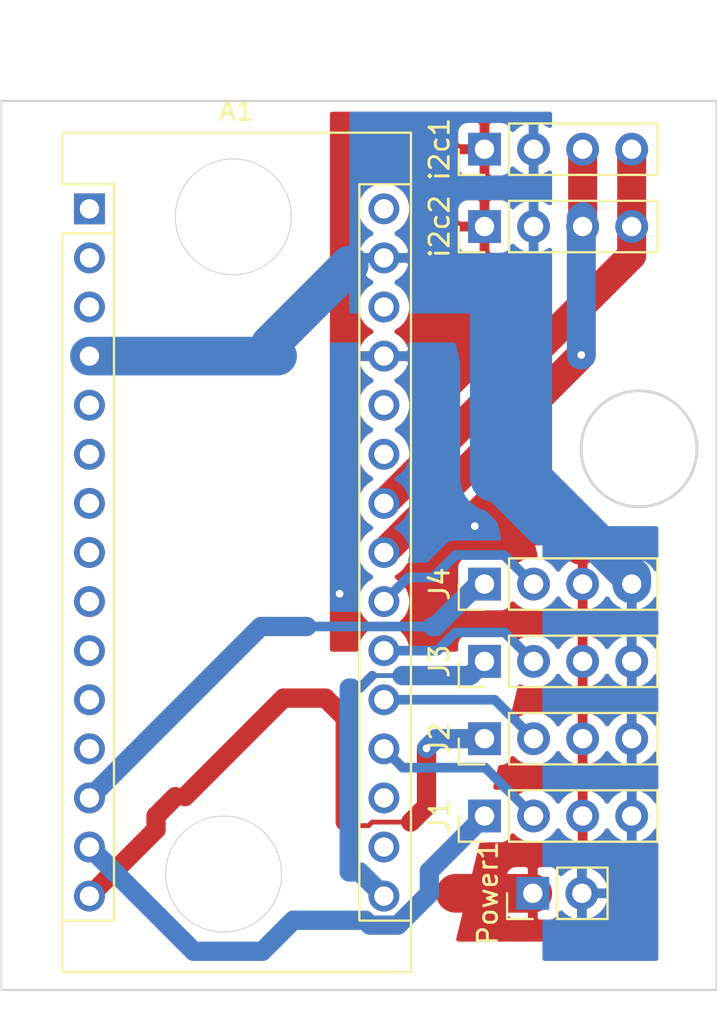
<source format=kicad_pcb>
(kicad_pcb (version 20171130) (host pcbnew "(5.1.12-1-10_14)")

  (general
    (thickness 1.6)
    (drawings 9)
    (tracks 81)
    (zones 0)
    (modules 8)
    (nets 30)
  )

  (page A4)
  (layers
    (0 F.Cu signal)
    (31 B.Cu signal)
    (32 B.Adhes user)
    (33 F.Adhes user)
    (34 B.Paste user)
    (35 F.Paste user)
    (36 B.SilkS user)
    (37 F.SilkS user)
    (38 B.Mask user)
    (39 F.Mask user)
    (40 Dwgs.User user hide)
    (41 Cmts.User user)
    (42 Eco1.User user)
    (43 Eco2.User user)
    (44 Edge.Cuts user)
    (45 Margin user)
    (46 B.CrtYd user)
    (47 F.CrtYd user)
    (48 B.Fab user)
    (49 F.Fab user)
  )

  (setup
    (last_trace_width 1)
    (user_trace_width 0.5)
    (user_trace_width 1)
    (user_trace_width 1.5)
    (user_trace_width 2)
    (trace_clearance 0.2)
    (zone_clearance 0.508)
    (zone_45_only no)
    (trace_min 0.2)
    (via_size 0.8)
    (via_drill 0.4)
    (via_min_size 0.4)
    (via_min_drill 0.3)
    (uvia_size 0.3)
    (uvia_drill 0.1)
    (uvias_allowed no)
    (uvia_min_size 0.2)
    (uvia_min_drill 0.1)
    (edge_width 0.05)
    (segment_width 0.2)
    (pcb_text_width 0.3)
    (pcb_text_size 1.5 1.5)
    (mod_edge_width 0.12)
    (mod_text_size 1 1)
    (mod_text_width 0.15)
    (pad_size 1.524 1.524)
    (pad_drill 0.762)
    (pad_to_mask_clearance 0.05)
    (aux_axis_origin 0 0)
    (visible_elements FFFFFF7F)
    (pcbplotparams
      (layerselection 0x010fc_ffffffff)
      (usegerberextensions false)
      (usegerberattributes true)
      (usegerberadvancedattributes true)
      (creategerberjobfile true)
      (excludeedgelayer true)
      (linewidth 0.100000)
      (plotframeref false)
      (viasonmask false)
      (mode 1)
      (useauxorigin false)
      (hpglpennumber 1)
      (hpglpenspeed 20)
      (hpglpendiameter 15.000000)
      (psnegative false)
      (psa4output false)
      (plotreference true)
      (plotvalue true)
      (plotinvisibletext false)
      (padsonsilk false)
      (subtractmaskfromsilk false)
      (outputformat 1)
      (mirror false)
      (drillshape 1)
      (scaleselection 1)
      (outputdirectory ""))
  )

  (net 0 "")
  (net 1 "Net-(A1-Pad17)")
  (net 2 "Net-(A1-Pad18)")
  (net 3 "Net-(A1-Pad19)")
  (net 4 "Net-(A1-Pad20)")
  (net 5 "Net-(A1-Pad21)")
  (net 6 "Net-(A1-Pad22)")
  (net 7 "Net-(A1-Pad8)")
  (net 8 "Net-(A1-Pad9)")
  (net 9 "Net-(A1-Pad10)")
  (net 10 "Net-(A1-Pad11)")
  (net 11 "Net-(A1-Pad12)")
  (net 12 "Net-(A1-Pad13)")
  (net 13 "Net-(A1-Pad14)")
  (net 14 "Net-(A1-Pad16)")
  (net 15 "Net-(A1-Pad24)")
  (net 16 GND)
  (net 17 "Net-(A1-Pad1)")
  (net 18 "Net-(A1-Pad2)")
  (net 19 "Net-(A1-Pad3)")
  (net 20 "Net-(A1-Pad5)")
  (net 21 "Net-(A1-Pad6)")
  (net 22 "Net-(A1-Pad7)")
  (net 23 "Net-(A1-Pad25)")
  (net 24 "Net-(A1-Pad26)")
  (net 25 "Net-(A1-Pad28)")
  (net 26 +5V)
  (net 27 "Net-(A1-Pad15)")
  (net 28 "Net-(A1-Pad30)")
  (net 29 "Net-(A1-Pad23)")

  (net_class Default "This is the default net class."
    (clearance 0.2)
    (trace_width 0.25)
    (via_dia 0.8)
    (via_drill 0.4)
    (uvia_dia 0.3)
    (uvia_drill 0.1)
    (add_net +5V)
    (add_net GND)
    (add_net "Net-(A1-Pad1)")
    (add_net "Net-(A1-Pad10)")
    (add_net "Net-(A1-Pad11)")
    (add_net "Net-(A1-Pad12)")
    (add_net "Net-(A1-Pad13)")
    (add_net "Net-(A1-Pad14)")
    (add_net "Net-(A1-Pad15)")
    (add_net "Net-(A1-Pad16)")
    (add_net "Net-(A1-Pad17)")
    (add_net "Net-(A1-Pad18)")
    (add_net "Net-(A1-Pad19)")
    (add_net "Net-(A1-Pad2)")
    (add_net "Net-(A1-Pad20)")
    (add_net "Net-(A1-Pad21)")
    (add_net "Net-(A1-Pad22)")
    (add_net "Net-(A1-Pad23)")
    (add_net "Net-(A1-Pad24)")
    (add_net "Net-(A1-Pad25)")
    (add_net "Net-(A1-Pad26)")
    (add_net "Net-(A1-Pad28)")
    (add_net "Net-(A1-Pad3)")
    (add_net "Net-(A1-Pad30)")
    (add_net "Net-(A1-Pad5)")
    (add_net "Net-(A1-Pad6)")
    (add_net "Net-(A1-Pad7)")
    (add_net "Net-(A1-Pad8)")
    (add_net "Net-(A1-Pad9)")
  )

  (module Connector_PinHeader_2.54mm:PinHeader_1x04_P2.54mm_Vertical (layer F.Cu) (tedit 59FED5CC) (tstamp 618F1F79)
    (at 30 -52.5 90)
    (descr "Through hole straight pin header, 1x04, 2.54mm pitch, single row")
    (tags "Through hole pin header THT 1x04 2.54mm single row")
    (path /6191BF1F)
    (fp_text reference i2c2 (at 0 -2.33 90) (layer F.SilkS)
      (effects (font (size 1 1) (thickness 0.15)))
    )
    (fp_text value Conn_01x03_Female (at 0 9.95 90) (layer F.Fab)
      (effects (font (size 1 1) (thickness 0.15)))
    )
    (fp_text user %R (at 0 3.81) (layer F.Fab)
      (effects (font (size 1 1) (thickness 0.15)))
    )
    (fp_line (start -0.635 -1.27) (end 1.27 -1.27) (layer F.Fab) (width 0.1))
    (fp_line (start 1.27 -1.27) (end 1.27 8.89) (layer F.Fab) (width 0.1))
    (fp_line (start 1.27 8.89) (end -1.27 8.89) (layer F.Fab) (width 0.1))
    (fp_line (start -1.27 8.89) (end -1.27 -0.635) (layer F.Fab) (width 0.1))
    (fp_line (start -1.27 -0.635) (end -0.635 -1.27) (layer F.Fab) (width 0.1))
    (fp_line (start -1.33 8.95) (end 1.33 8.95) (layer F.SilkS) (width 0.12))
    (fp_line (start -1.33 1.27) (end -1.33 8.95) (layer F.SilkS) (width 0.12))
    (fp_line (start 1.33 1.27) (end 1.33 8.95) (layer F.SilkS) (width 0.12))
    (fp_line (start -1.33 1.27) (end 1.33 1.27) (layer F.SilkS) (width 0.12))
    (fp_line (start -1.33 0) (end -1.33 -1.33) (layer F.SilkS) (width 0.12))
    (fp_line (start -1.33 -1.33) (end 0 -1.33) (layer F.SilkS) (width 0.12))
    (fp_line (start -1.8 -1.8) (end -1.8 9.4) (layer F.CrtYd) (width 0.05))
    (fp_line (start -1.8 9.4) (end 1.8 9.4) (layer F.CrtYd) (width 0.05))
    (fp_line (start 1.8 9.4) (end 1.8 -1.8) (layer F.CrtYd) (width 0.05))
    (fp_line (start 1.8 -1.8) (end -1.8 -1.8) (layer F.CrtYd) (width 0.05))
    (pad 4 thru_hole oval (at 0 7.62 90) (size 1.7 1.7) (drill 1) (layers *.Cu *.Mask)
      (net 15 "Net-(A1-Pad24)"))
    (pad 3 thru_hole oval (at 0 5.08 90) (size 1.7 1.7) (drill 1) (layers *.Cu *.Mask)
      (net 29 "Net-(A1-Pad23)"))
    (pad 2 thru_hole oval (at 0 2.54 90) (size 1.7 1.7) (drill 1) (layers *.Cu *.Mask)
      (net 16 GND))
    (pad 1 thru_hole rect (at 0 0 90) (size 1.7 1.7) (drill 1) (layers *.Cu *.Mask)
      (net 26 +5V))
    (model ${KISYS3DMOD}/Connector_PinHeader_2.54mm.3dshapes/PinHeader_1x04_P2.54mm_Vertical.wrl
      (at (xyz 0 0 0))
      (scale (xyz 1 1 1))
      (rotate (xyz 0 0 0))
    )
  )

  (module Module:Arduino_Nano (layer F.Cu) (tedit 58ACAF70) (tstamp 618F13FC)
    (at 9.555001 -53.414999)
    (descr "Arduino Nano, http://www.mouser.com/pdfdocs/Gravitech_Arduino_Nano3_0.pdf")
    (tags "Arduino Nano")
    (path /618F2A9F)
    (fp_text reference A1 (at 7.62 -5.08) (layer F.SilkS)
      (effects (font (size 1 1) (thickness 0.15)))
    )
    (fp_text value Arduino_Nano_v3.x (at 8.89 19.05 90) (layer F.Fab)
      (effects (font (size 1 1) (thickness 0.15)))
    )
    (fp_line (start 1.27 1.27) (end 1.27 -1.27) (layer F.SilkS) (width 0.12))
    (fp_line (start 1.27 -1.27) (end -1.4 -1.27) (layer F.SilkS) (width 0.12))
    (fp_line (start -1.4 1.27) (end -1.4 39.5) (layer F.SilkS) (width 0.12))
    (fp_line (start -1.4 -3.94) (end -1.4 -1.27) (layer F.SilkS) (width 0.12))
    (fp_line (start 13.97 -1.27) (end 16.64 -1.27) (layer F.SilkS) (width 0.12))
    (fp_line (start 13.97 -1.27) (end 13.97 36.83) (layer F.SilkS) (width 0.12))
    (fp_line (start 13.97 36.83) (end 16.64 36.83) (layer F.SilkS) (width 0.12))
    (fp_line (start 1.27 1.27) (end -1.4 1.27) (layer F.SilkS) (width 0.12))
    (fp_line (start 1.27 1.27) (end 1.27 36.83) (layer F.SilkS) (width 0.12))
    (fp_line (start 1.27 36.83) (end -1.4 36.83) (layer F.SilkS) (width 0.12))
    (fp_line (start 3.81 31.75) (end 11.43 31.75) (layer F.Fab) (width 0.1))
    (fp_line (start 11.43 31.75) (end 11.43 41.91) (layer F.Fab) (width 0.1))
    (fp_line (start 11.43 41.91) (end 3.81 41.91) (layer F.Fab) (width 0.1))
    (fp_line (start 3.81 41.91) (end 3.81 31.75) (layer F.Fab) (width 0.1))
    (fp_line (start -1.4 39.5) (end 16.64 39.5) (layer F.SilkS) (width 0.12))
    (fp_line (start 16.64 39.5) (end 16.64 -3.94) (layer F.SilkS) (width 0.12))
    (fp_line (start 16.64 -3.94) (end -1.4 -3.94) (layer F.SilkS) (width 0.12))
    (fp_line (start 16.51 39.37) (end -1.27 39.37) (layer F.Fab) (width 0.1))
    (fp_line (start -1.27 39.37) (end -1.27 -2.54) (layer F.Fab) (width 0.1))
    (fp_line (start -1.27 -2.54) (end 0 -3.81) (layer F.Fab) (width 0.1))
    (fp_line (start 0 -3.81) (end 16.51 -3.81) (layer F.Fab) (width 0.1))
    (fp_line (start 16.51 -3.81) (end 16.51 39.37) (layer F.Fab) (width 0.1))
    (fp_line (start -1.53 -4.06) (end 16.75 -4.06) (layer F.CrtYd) (width 0.05))
    (fp_line (start -1.53 -4.06) (end -1.53 42.16) (layer F.CrtYd) (width 0.05))
    (fp_line (start 16.75 42.16) (end 16.75 -4.06) (layer F.CrtYd) (width 0.05))
    (fp_line (start 16.75 42.16) (end -1.53 42.16) (layer F.CrtYd) (width 0.05))
    (fp_text user %R (at 6.35 19.05 90) (layer F.Fab)
      (effects (font (size 1 1) (thickness 0.15)))
    )
    (pad 1 thru_hole rect (at 0 0) (size 1.6 1.6) (drill 1) (layers *.Cu *.Mask)
      (net 17 "Net-(A1-Pad1)"))
    (pad 17 thru_hole oval (at 15.24 33.02) (size 1.6 1.6) (drill 1) (layers *.Cu *.Mask)
      (net 1 "Net-(A1-Pad17)"))
    (pad 2 thru_hole oval (at 0 2.54) (size 1.6 1.6) (drill 1) (layers *.Cu *.Mask)
      (net 18 "Net-(A1-Pad2)"))
    (pad 18 thru_hole oval (at 15.24 30.48) (size 1.6 1.6) (drill 1) (layers *.Cu *.Mask)
      (net 2 "Net-(A1-Pad18)"))
    (pad 3 thru_hole oval (at 0 5.08) (size 1.6 1.6) (drill 1) (layers *.Cu *.Mask)
      (net 19 "Net-(A1-Pad3)"))
    (pad 19 thru_hole oval (at 15.24 27.94) (size 1.6 1.6) (drill 1) (layers *.Cu *.Mask)
      (net 3 "Net-(A1-Pad19)"))
    (pad 4 thru_hole oval (at 0 7.62) (size 1.6 1.6) (drill 1) (layers *.Cu *.Mask)
      (net 16 GND))
    (pad 20 thru_hole oval (at 15.24 25.4) (size 1.6 1.6) (drill 1) (layers *.Cu *.Mask)
      (net 4 "Net-(A1-Pad20)"))
    (pad 5 thru_hole oval (at 0 10.16) (size 1.6 1.6) (drill 1) (layers *.Cu *.Mask)
      (net 20 "Net-(A1-Pad5)"))
    (pad 21 thru_hole oval (at 15.24 22.86) (size 1.6 1.6) (drill 1) (layers *.Cu *.Mask)
      (net 5 "Net-(A1-Pad21)"))
    (pad 6 thru_hole oval (at 0 12.7) (size 1.6 1.6) (drill 1) (layers *.Cu *.Mask)
      (net 21 "Net-(A1-Pad6)"))
    (pad 22 thru_hole oval (at 15.24 20.32) (size 1.6 1.6) (drill 1) (layers *.Cu *.Mask)
      (net 6 "Net-(A1-Pad22)"))
    (pad 7 thru_hole oval (at 0 15.24) (size 1.6 1.6) (drill 1) (layers *.Cu *.Mask)
      (net 22 "Net-(A1-Pad7)"))
    (pad 23 thru_hole oval (at 15.24 17.78) (size 1.6 1.6) (drill 1) (layers *.Cu *.Mask)
      (net 29 "Net-(A1-Pad23)"))
    (pad 8 thru_hole oval (at 0 17.78) (size 1.6 1.6) (drill 1) (layers *.Cu *.Mask)
      (net 7 "Net-(A1-Pad8)"))
    (pad 24 thru_hole oval (at 15.24 15.24) (size 1.6 1.6) (drill 1) (layers *.Cu *.Mask)
      (net 15 "Net-(A1-Pad24)"))
    (pad 9 thru_hole oval (at 0 20.32) (size 1.6 1.6) (drill 1) (layers *.Cu *.Mask)
      (net 8 "Net-(A1-Pad9)"))
    (pad 25 thru_hole oval (at 15.24 12.7) (size 1.6 1.6) (drill 1) (layers *.Cu *.Mask)
      (net 23 "Net-(A1-Pad25)"))
    (pad 10 thru_hole oval (at 0 22.86) (size 1.6 1.6) (drill 1) (layers *.Cu *.Mask)
      (net 9 "Net-(A1-Pad10)"))
    (pad 26 thru_hole oval (at 15.24 10.16) (size 1.6 1.6) (drill 1) (layers *.Cu *.Mask)
      (net 24 "Net-(A1-Pad26)"))
    (pad 11 thru_hole oval (at 0 25.4) (size 1.6 1.6) (drill 1) (layers *.Cu *.Mask)
      (net 10 "Net-(A1-Pad11)"))
    (pad 27 thru_hole oval (at 15.24 7.62) (size 1.6 1.6) (drill 1) (layers *.Cu *.Mask)
      (net 26 +5V))
    (pad 12 thru_hole oval (at 0 27.94) (size 1.6 1.6) (drill 1) (layers *.Cu *.Mask)
      (net 11 "Net-(A1-Pad12)"))
    (pad 28 thru_hole oval (at 15.24 5.08) (size 1.6 1.6) (drill 1) (layers *.Cu *.Mask)
      (net 25 "Net-(A1-Pad28)"))
    (pad 13 thru_hole oval (at 0 30.48) (size 1.6 1.6) (drill 1) (layers *.Cu *.Mask)
      (net 12 "Net-(A1-Pad13)"))
    (pad 29 thru_hole oval (at 15.24 2.54) (size 1.6 1.6) (drill 1) (layers *.Cu *.Mask)
      (net 16 GND))
    (pad 14 thru_hole oval (at 0 33.02) (size 1.6 1.6) (drill 1) (layers *.Cu *.Mask)
      (net 13 "Net-(A1-Pad14)"))
    (pad 30 thru_hole oval (at 15.24 0) (size 1.6 1.6) (drill 1) (layers *.Cu *.Mask)
      (net 28 "Net-(A1-Pad30)"))
    (pad 15 thru_hole oval (at 0 35.56) (size 1.6 1.6) (drill 1) (layers *.Cu *.Mask)
      (net 27 "Net-(A1-Pad15)"))
    (pad 16 thru_hole oval (at 15.24 35.56) (size 1.6 1.6) (drill 1) (layers *.Cu *.Mask)
      (net 14 "Net-(A1-Pad16)"))
    (model ${KISYS3DMOD}/Module.3dshapes/Arduino_Nano_WithMountingHoles.wrl
      (at (xyz 0 0 0))
      (scale (xyz 1 1 1))
      (rotate (xyz 0 0 0))
    )
  )

  (module Connector_PinHeader_2.54mm:PinHeader_1x04_P2.54mm_Vertical (layer F.Cu) (tedit 59FED5CC) (tstamp 618F24AE)
    (at 30 -34 90)
    (descr "Through hole straight pin header, 1x04, 2.54mm pitch, single row")
    (tags "Through hole pin header THT 1x04 2.54mm single row")
    (path /6191E7F5)
    (fp_text reference J4 (at 0 -2.33 90) (layer F.SilkS)
      (effects (font (size 1 1) (thickness 0.15)))
    )
    (fp_text value Conn_01x04_Female (at 0 9.95 90) (layer F.Fab)
      (effects (font (size 1 1) (thickness 0.15)))
    )
    (fp_line (start 1.8 -1.8) (end -1.8 -1.8) (layer F.CrtYd) (width 0.05))
    (fp_line (start 1.8 9.4) (end 1.8 -1.8) (layer F.CrtYd) (width 0.05))
    (fp_line (start -1.8 9.4) (end 1.8 9.4) (layer F.CrtYd) (width 0.05))
    (fp_line (start -1.8 -1.8) (end -1.8 9.4) (layer F.CrtYd) (width 0.05))
    (fp_line (start -1.33 -1.33) (end 0 -1.33) (layer F.SilkS) (width 0.12))
    (fp_line (start -1.33 0) (end -1.33 -1.33) (layer F.SilkS) (width 0.12))
    (fp_line (start -1.33 1.27) (end 1.33 1.27) (layer F.SilkS) (width 0.12))
    (fp_line (start 1.33 1.27) (end 1.33 8.95) (layer F.SilkS) (width 0.12))
    (fp_line (start -1.33 1.27) (end -1.33 8.95) (layer F.SilkS) (width 0.12))
    (fp_line (start -1.33 8.95) (end 1.33 8.95) (layer F.SilkS) (width 0.12))
    (fp_line (start -1.27 -0.635) (end -0.635 -1.27) (layer F.Fab) (width 0.1))
    (fp_line (start -1.27 8.89) (end -1.27 -0.635) (layer F.Fab) (width 0.1))
    (fp_line (start 1.27 8.89) (end -1.27 8.89) (layer F.Fab) (width 0.1))
    (fp_line (start 1.27 -1.27) (end 1.27 8.89) (layer F.Fab) (width 0.1))
    (fp_line (start -0.635 -1.27) (end 1.27 -1.27) (layer F.Fab) (width 0.1))
    (fp_text user %R (at 0 3.81) (layer F.Fab)
      (effects (font (size 1 1) (thickness 0.15)))
    )
    (pad 1 thru_hole rect (at 0 0 90) (size 1.7 1.7) (drill 1) (layers *.Cu *.Mask)
      (net 12 "Net-(A1-Pad13)"))
    (pad 2 thru_hole oval (at 0 2.54 90) (size 1.7 1.7) (drill 1) (layers *.Cu *.Mask)
      (net 6 "Net-(A1-Pad22)"))
    (pad 3 thru_hole oval (at 0 5.08 90) (size 1.7 1.7) (drill 1) (layers *.Cu *.Mask)
      (net 26 +5V))
    (pad 4 thru_hole oval (at 0 7.62 90) (size 1.7 1.7) (drill 1) (layers *.Cu *.Mask)
      (net 16 GND))
    (model ${KISYS3DMOD}/Connector_PinHeader_2.54mm.3dshapes/PinHeader_1x04_P2.54mm_Vertical.wrl
      (at (xyz 0 0 0))
      (scale (xyz 1 1 1))
      (rotate (xyz 0 0 0))
    )
  )

  (module Connector_PinHeader_2.54mm:PinHeader_1x04_P2.54mm_Vertical (layer F.Cu) (tedit 59FED5CC) (tstamp 618F2469)
    (at 30 -22 90)
    (descr "Through hole straight pin header, 1x04, 2.54mm pitch, single row")
    (tags "Through hole pin header THT 1x04 2.54mm single row")
    (path /618F23A8)
    (fp_text reference J1 (at 0 -2.33 90) (layer F.SilkS)
      (effects (font (size 1 1) (thickness 0.15)))
    )
    (fp_text value Conn_01x04_Female (at 0 9.95 90) (layer F.Fab)
      (effects (font (size 1 1) (thickness 0.15)))
    )
    (fp_line (start 1.8 -1.8) (end -1.8 -1.8) (layer F.CrtYd) (width 0.05))
    (fp_line (start 1.8 9.4) (end 1.8 -1.8) (layer F.CrtYd) (width 0.05))
    (fp_line (start -1.8 9.4) (end 1.8 9.4) (layer F.CrtYd) (width 0.05))
    (fp_line (start -1.8 -1.8) (end -1.8 9.4) (layer F.CrtYd) (width 0.05))
    (fp_line (start -1.33 -1.33) (end 0 -1.33) (layer F.SilkS) (width 0.12))
    (fp_line (start -1.33 0) (end -1.33 -1.33) (layer F.SilkS) (width 0.12))
    (fp_line (start -1.33 1.27) (end 1.33 1.27) (layer F.SilkS) (width 0.12))
    (fp_line (start 1.33 1.27) (end 1.33 8.95) (layer F.SilkS) (width 0.12))
    (fp_line (start -1.33 1.27) (end -1.33 8.95) (layer F.SilkS) (width 0.12))
    (fp_line (start -1.33 8.95) (end 1.33 8.95) (layer F.SilkS) (width 0.12))
    (fp_line (start -1.27 -0.635) (end -0.635 -1.27) (layer F.Fab) (width 0.1))
    (fp_line (start -1.27 8.89) (end -1.27 -0.635) (layer F.Fab) (width 0.1))
    (fp_line (start 1.27 8.89) (end -1.27 8.89) (layer F.Fab) (width 0.1))
    (fp_line (start 1.27 -1.27) (end 1.27 8.89) (layer F.Fab) (width 0.1))
    (fp_line (start -0.635 -1.27) (end 1.27 -1.27) (layer F.Fab) (width 0.1))
    (fp_text user %R (at 0 3.81) (layer F.Fab)
      (effects (font (size 1 1) (thickness 0.15)))
    )
    (pad 1 thru_hole rect (at 0 0 90) (size 1.7 1.7) (drill 1) (layers *.Cu *.Mask)
      (net 13 "Net-(A1-Pad14)"))
    (pad 2 thru_hole oval (at 0 2.54 90) (size 1.7 1.7) (drill 1) (layers *.Cu *.Mask)
      (net 3 "Net-(A1-Pad19)"))
    (pad 3 thru_hole oval (at 0 5.08 90) (size 1.7 1.7) (drill 1) (layers *.Cu *.Mask)
      (net 26 +5V))
    (pad 4 thru_hole oval (at 0 7.62 90) (size 1.7 1.7) (drill 1) (layers *.Cu *.Mask)
      (net 16 GND))
    (model ${KISYS3DMOD}/Connector_PinHeader_2.54mm.3dshapes/PinHeader_1x04_P2.54mm_Vertical.wrl
      (at (xyz 0 0 0))
      (scale (xyz 1 1 1))
      (rotate (xyz 0 0 0))
    )
  )

  (module Connector_PinHeader_2.54mm:PinHeader_1x04_P2.54mm_Vertical (layer F.Cu) (tedit 59FED5CC) (tstamp 618F1887)
    (at 30 -30 90)
    (descr "Through hole straight pin header, 1x04, 2.54mm pitch, single row")
    (tags "Through hole pin header THT 1x04 2.54mm single row")
    (path /618F58D1)
    (fp_text reference J3 (at 0 -2.33 90) (layer F.SilkS)
      (effects (font (size 1 1) (thickness 0.15)))
    )
    (fp_text value Conn_01x04_Female (at 0 9.95 90) (layer F.Fab)
      (effects (font (size 1 1) (thickness 0.15)))
    )
    (fp_line (start 1.8 -1.8) (end -1.8 -1.8) (layer F.CrtYd) (width 0.05))
    (fp_line (start 1.8 9.4) (end 1.8 -1.8) (layer F.CrtYd) (width 0.05))
    (fp_line (start -1.8 9.4) (end 1.8 9.4) (layer F.CrtYd) (width 0.05))
    (fp_line (start -1.8 -1.8) (end -1.8 9.4) (layer F.CrtYd) (width 0.05))
    (fp_line (start -1.33 -1.33) (end 0 -1.33) (layer F.SilkS) (width 0.12))
    (fp_line (start -1.33 0) (end -1.33 -1.33) (layer F.SilkS) (width 0.12))
    (fp_line (start -1.33 1.27) (end 1.33 1.27) (layer F.SilkS) (width 0.12))
    (fp_line (start 1.33 1.27) (end 1.33 8.95) (layer F.SilkS) (width 0.12))
    (fp_line (start -1.33 1.27) (end -1.33 8.95) (layer F.SilkS) (width 0.12))
    (fp_line (start -1.33 8.95) (end 1.33 8.95) (layer F.SilkS) (width 0.12))
    (fp_line (start -1.27 -0.635) (end -0.635 -1.27) (layer F.Fab) (width 0.1))
    (fp_line (start -1.27 8.89) (end -1.27 -0.635) (layer F.Fab) (width 0.1))
    (fp_line (start 1.27 8.89) (end -1.27 8.89) (layer F.Fab) (width 0.1))
    (fp_line (start 1.27 -1.27) (end 1.27 8.89) (layer F.Fab) (width 0.1))
    (fp_line (start -0.635 -1.27) (end 1.27 -1.27) (layer F.Fab) (width 0.1))
    (fp_text user %R (at 0 3.81) (layer F.Fab)
      (effects (font (size 1 1) (thickness 0.15)))
    )
    (pad 1 thru_hole rect (at 0 0 90) (size 1.7 1.7) (drill 1) (layers *.Cu *.Mask)
      (net 14 "Net-(A1-Pad16)"))
    (pad 2 thru_hole oval (at 0 2.54 90) (size 1.7 1.7) (drill 1) (layers *.Cu *.Mask)
      (net 5 "Net-(A1-Pad21)"))
    (pad 3 thru_hole oval (at 0 5.08 90) (size 1.7 1.7) (drill 1) (layers *.Cu *.Mask)
      (net 26 +5V))
    (pad 4 thru_hole oval (at 0 7.62 90) (size 1.7 1.7) (drill 1) (layers *.Cu *.Mask)
      (net 16 GND))
    (model ${KISYS3DMOD}/Connector_PinHeader_2.54mm.3dshapes/PinHeader_1x04_P2.54mm_Vertical.wrl
      (at (xyz 0 0 0))
      (scale (xyz 1 1 1))
      (rotate (xyz 0 0 0))
    )
  )

  (module Connector_PinHeader_2.54mm:PinHeader_1x04_P2.54mm_Vertical (layer F.Cu) (tedit 59FED5CC) (tstamp 618F1842)
    (at 30 -26 90)
    (descr "Through hole straight pin header, 1x04, 2.54mm pitch, single row")
    (tags "Through hole pin header THT 1x04 2.54mm single row")
    (path /618F49D0)
    (fp_text reference J2 (at 0 -2.33 90) (layer F.SilkS)
      (effects (font (size 1 1) (thickness 0.15)))
    )
    (fp_text value Conn_01x04_Female (at 0 9.95 90) (layer F.Fab)
      (effects (font (size 1 1) (thickness 0.15)))
    )
    (fp_text user %R (at 0 3.81) (layer F.Fab)
      (effects (font (size 1 1) (thickness 0.15)))
    )
    (fp_line (start -0.635 -1.27) (end 1.27 -1.27) (layer F.Fab) (width 0.1))
    (fp_line (start 1.27 -1.27) (end 1.27 8.89) (layer F.Fab) (width 0.1))
    (fp_line (start 1.27 8.89) (end -1.27 8.89) (layer F.Fab) (width 0.1))
    (fp_line (start -1.27 8.89) (end -1.27 -0.635) (layer F.Fab) (width 0.1))
    (fp_line (start -1.27 -0.635) (end -0.635 -1.27) (layer F.Fab) (width 0.1))
    (fp_line (start -1.33 8.95) (end 1.33 8.95) (layer F.SilkS) (width 0.12))
    (fp_line (start -1.33 1.27) (end -1.33 8.95) (layer F.SilkS) (width 0.12))
    (fp_line (start 1.33 1.27) (end 1.33 8.95) (layer F.SilkS) (width 0.12))
    (fp_line (start -1.33 1.27) (end 1.33 1.27) (layer F.SilkS) (width 0.12))
    (fp_line (start -1.33 0) (end -1.33 -1.33) (layer F.SilkS) (width 0.12))
    (fp_line (start -1.33 -1.33) (end 0 -1.33) (layer F.SilkS) (width 0.12))
    (fp_line (start -1.8 -1.8) (end -1.8 9.4) (layer F.CrtYd) (width 0.05))
    (fp_line (start -1.8 9.4) (end 1.8 9.4) (layer F.CrtYd) (width 0.05))
    (fp_line (start 1.8 9.4) (end 1.8 -1.8) (layer F.CrtYd) (width 0.05))
    (fp_line (start 1.8 -1.8) (end -1.8 -1.8) (layer F.CrtYd) (width 0.05))
    (pad 4 thru_hole oval (at 0 7.62 90) (size 1.7 1.7) (drill 1) (layers *.Cu *.Mask)
      (net 16 GND))
    (pad 3 thru_hole oval (at 0 5.08 90) (size 1.7 1.7) (drill 1) (layers *.Cu *.Mask)
      (net 26 +5V))
    (pad 2 thru_hole oval (at 0 2.54 90) (size 1.7 1.7) (drill 1) (layers *.Cu *.Mask)
      (net 4 "Net-(A1-Pad20)"))
    (pad 1 thru_hole rect (at 0 0 90) (size 1.7 1.7) (drill 1) (layers *.Cu *.Mask)
      (net 27 "Net-(A1-Pad15)"))
    (model ${KISYS3DMOD}/Connector_PinHeader_2.54mm.3dshapes/PinHeader_1x04_P2.54mm_Vertical.wrl
      (at (xyz 0 0 0))
      (scale (xyz 1 1 1))
      (rotate (xyz 0 0 0))
    )
  )

  (module Connector_PinHeader_2.54mm:PinHeader_1x02_P2.54mm_Vertical (layer F.Cu) (tedit 59FED5CC) (tstamp 618F1927)
    (at 32.5 -18 90)
    (descr "Through hole straight pin header, 1x02, 2.54mm pitch, single row")
    (tags "Through hole pin header THT 1x02 2.54mm single row")
    (path /618EF24B)
    (fp_text reference Power1 (at 0 -2.33 90) (layer F.SilkS)
      (effects (font (size 1 1) (thickness 0.15)))
    )
    (fp_text value Conn_01x02_Male (at 0 4.87 90) (layer F.Fab)
      (effects (font (size 1 1) (thickness 0.15)))
    )
    (fp_line (start 1.8 -1.8) (end -1.8 -1.8) (layer F.CrtYd) (width 0.05))
    (fp_line (start 1.8 4.35) (end 1.8 -1.8) (layer F.CrtYd) (width 0.05))
    (fp_line (start -1.8 4.35) (end 1.8 4.35) (layer F.CrtYd) (width 0.05))
    (fp_line (start -1.8 -1.8) (end -1.8 4.35) (layer F.CrtYd) (width 0.05))
    (fp_line (start -1.33 -1.33) (end 0 -1.33) (layer F.SilkS) (width 0.12))
    (fp_line (start -1.33 0) (end -1.33 -1.33) (layer F.SilkS) (width 0.12))
    (fp_line (start -1.33 1.27) (end 1.33 1.27) (layer F.SilkS) (width 0.12))
    (fp_line (start 1.33 1.27) (end 1.33 3.87) (layer F.SilkS) (width 0.12))
    (fp_line (start -1.33 1.27) (end -1.33 3.87) (layer F.SilkS) (width 0.12))
    (fp_line (start -1.33 3.87) (end 1.33 3.87) (layer F.SilkS) (width 0.12))
    (fp_line (start -1.27 -0.635) (end -0.635 -1.27) (layer F.Fab) (width 0.1))
    (fp_line (start -1.27 3.81) (end -1.27 -0.635) (layer F.Fab) (width 0.1))
    (fp_line (start 1.27 3.81) (end -1.27 3.81) (layer F.Fab) (width 0.1))
    (fp_line (start 1.27 -1.27) (end 1.27 3.81) (layer F.Fab) (width 0.1))
    (fp_line (start -0.635 -1.27) (end 1.27 -1.27) (layer F.Fab) (width 0.1))
    (fp_text user %R (at 16.5 6) (layer F.Fab)
      (effects (font (size 1 1) (thickness 0.15)))
    )
    (pad 1 thru_hole rect (at 0 0 90) (size 1.7 1.7) (drill 1) (layers *.Cu *.Mask)
      (net 26 +5V))
    (pad 2 thru_hole oval (at 0 2.54 90) (size 1.7 1.7) (drill 1) (layers *.Cu *.Mask)
      (net 16 GND))
    (model ${KISYS3DMOD}/Connector_PinHeader_2.54mm.3dshapes/PinHeader_1x02_P2.54mm_Vertical.wrl
      (at (xyz 0 0 0))
      (scale (xyz 1 1 1))
      (rotate (xyz 0 0 0))
    )
  )

  (module Connector_PinHeader_2.54mm:PinHeader_1x04_P2.54mm_Vertical (layer F.Cu) (tedit 59FED5CC) (tstamp 618F1F4B)
    (at 30 -56.5 90)
    (descr "Through hole straight pin header, 1x04, 2.54mm pitch, single row")
    (tags "Through hole pin header THT 1x04 2.54mm single row")
    (path /61900CAB)
    (fp_text reference i2c1 (at 0 -2.33 90) (layer F.SilkS)
      (effects (font (size 1 1) (thickness 0.15)))
    )
    (fp_text value Conn_01x03_Female (at 0 9.95 90) (layer F.Fab)
      (effects (font (size 1 1) (thickness 0.15)))
    )
    (fp_line (start 1.8 -1.8) (end -1.8 -1.8) (layer F.CrtYd) (width 0.05))
    (fp_line (start 1.8 9.4) (end 1.8 -1.8) (layer F.CrtYd) (width 0.05))
    (fp_line (start -1.8 9.4) (end 1.8 9.4) (layer F.CrtYd) (width 0.05))
    (fp_line (start -1.8 -1.8) (end -1.8 9.4) (layer F.CrtYd) (width 0.05))
    (fp_line (start -1.33 -1.33) (end 0 -1.33) (layer F.SilkS) (width 0.12))
    (fp_line (start -1.33 0) (end -1.33 -1.33) (layer F.SilkS) (width 0.12))
    (fp_line (start -1.33 1.27) (end 1.33 1.27) (layer F.SilkS) (width 0.12))
    (fp_line (start 1.33 1.27) (end 1.33 8.95) (layer F.SilkS) (width 0.12))
    (fp_line (start -1.33 1.27) (end -1.33 8.95) (layer F.SilkS) (width 0.12))
    (fp_line (start -1.33 8.95) (end 1.33 8.95) (layer F.SilkS) (width 0.12))
    (fp_line (start -1.27 -0.635) (end -0.635 -1.27) (layer F.Fab) (width 0.1))
    (fp_line (start -1.27 8.89) (end -1.27 -0.635) (layer F.Fab) (width 0.1))
    (fp_line (start 1.27 8.89) (end -1.27 8.89) (layer F.Fab) (width 0.1))
    (fp_line (start 1.27 -1.27) (end 1.27 8.89) (layer F.Fab) (width 0.1))
    (fp_line (start -0.635 -1.27) (end 1.27 -1.27) (layer F.Fab) (width 0.1))
    (fp_text user %R (at 0 3.81) (layer F.Fab)
      (effects (font (size 1 1) (thickness 0.15)))
    )
    (pad 1 thru_hole rect (at 0 0 90) (size 1.7 1.7) (drill 1) (layers *.Cu *.Mask)
      (net 26 +5V))
    (pad 2 thru_hole oval (at 0 2.54 90) (size 1.7 1.7) (drill 1) (layers *.Cu *.Mask)
      (net 16 GND))
    (pad 3 thru_hole oval (at 0 5.08 90) (size 1.7 1.7) (drill 1) (layers *.Cu *.Mask)
      (net 29 "Net-(A1-Pad23)"))
    (pad 4 thru_hole oval (at 0 7.62 90) (size 1.7 1.7) (drill 1) (layers *.Cu *.Mask)
      (net 15 "Net-(A1-Pad24)"))
    (model ${KISYS3DMOD}/Connector_PinHeader_2.54mm.3dshapes/PinHeader_1x04_P2.54mm_Vertical.wrl
      (at (xyz 0 0 0))
      (scale (xyz 1 1 1))
      (rotate (xyz 0 0 0))
    )
  )

  (gr_poly (pts (xy 42 -13) (xy 5 -13) (xy 5 -59) (xy 42 -59)) (layer Edge.Cuts) (width 0.1))
  (gr_circle (center 38 -41) (end 41 -41) (layer Edge.Cuts) (width 0.15))
  (gr_circle (center 16.5 -19) (end 19.5 -19) (layer Edge.Cuts) (width 0.05))
  (gr_circle (center 17 -53) (end 20 -53) (layer Edge.Cuts) (width 0.05))
  (gr_line (start 16.5 -13) (end 16.5 -19) (layer Eco1.User) (width 0.15))
  (gr_line (start 17 -59) (end 17 -53) (layer Eco1.User) (width 0.15))
  (gr_line (start 5 -59) (end 5 -13) (layer Eco1.User) (width 0.15) (tstamp 618F26D0))
  (gr_line (start 41 -59) (end 5 -59) (layer Eco1.User) (width 0.15))
  (gr_line (start 5 -13) (end 41 -13) (layer Eco1.User) (width 0.15))

  (segment (start 24.795001 -25.474999) (end 25.77 -24.5) (width 0.5) (layer B.Cu) (net 3))
  (segment (start 30.04 -24.5) (end 32.54 -22) (width 0.5) (layer B.Cu) (net 3))
  (segment (start 25.77 -24.5) (end 30.04 -24.5) (width 0.5) (layer B.Cu) (net 3))
  (segment (start 30.525001 -28.014999) (end 32.54 -26) (width 0.5) (layer B.Cu) (net 4))
  (segment (start 24.795001 -28.014999) (end 30.525001 -28.014999) (width 0.5) (layer B.Cu) (net 4))
  (segment (start 24.795001 -30.554999) (end 27.554999 -30.554999) (width 0.5) (layer B.Cu) (net 5))
  (segment (start 27.554999 -30.554999) (end 28.5 -31.5) (width 0.5) (layer B.Cu) (net 5))
  (segment (start 31.04 -31.5) (end 32.54 -30) (width 0.5) (layer B.Cu) (net 5))
  (segment (start 28.5 -31.5) (end 31.04 -31.5) (width 0.5) (layer B.Cu) (net 5))
  (segment (start 28.5 -35.5) (end 31.010002 -35.5) (width 0.5) (layer B.Cu) (net 6))
  (segment (start 32.510002 -34) (end 32.54 -34) (width 0.5) (layer B.Cu) (net 6))
  (segment (start 27.345 -34.345) (end 28.5 -35.5) (width 0.5) (layer B.Cu) (net 6))
  (segment (start 26.045002 -34.345) (end 27.345 -34.345) (width 0.5) (layer B.Cu) (net 6))
  (segment (start 31.010002 -35.5) (end 32.510002 -34) (width 0.5) (layer B.Cu) (net 6))
  (segment (start 24.795001 -33.094999) (end 26.045002 -34.345) (width 0.5) (layer B.Cu) (net 6))
  (segment (start 18.425002 -31.805) (end 9.555001 -22.934999) (width 1) (layer B.Cu) (net 12))
  (segment (start 18.425002 -31.805) (end 20.805 -31.805) (width 1) (layer B.Cu) (net 12))
  (segment (start 29.656484 -34) (end 30 -34) (width 1) (layer B.Cu) (net 12))
  (segment (start 27.461484 -31.805) (end 29.656484 -34) (width 1) (layer B.Cu) (net 12))
  (segment (start 27.305 -31.805) (end 27.461484 -31.805) (width 1) (layer B.Cu) (net 12))
  (segment (start 27.305 -31.805) (end 20.805 -31.805) (width 0.5) (layer B.Cu) (net 12))
  (segment (start 25.515002 -16.354998) (end 27.145002 -17.984998) (width 1) (layer B.Cu) (net 13))
  (segment (start 9.555001 -20.394999) (end 14.95 -15) (width 1) (layer B.Cu) (net 13))
  (segment (start 23.825 -16.604998) (end 24.075 -16.354998) (width 1) (layer B.Cu) (net 13))
  (segment (start 14.95 -15) (end 18.5 -15) (width 1) (layer B.Cu) (net 13))
  (segment (start 20.104998 -16.604998) (end 23.825 -16.604998) (width 1) (layer B.Cu) (net 13))
  (segment (start 27.145002 -19.145002) (end 30 -22) (width 1) (layer B.Cu) (net 13))
  (segment (start 27.145002 -17.984998) (end 27.145002 -19.145002) (width 1) (layer B.Cu) (net 13))
  (segment (start 24.075 -16.354998) (end 25.515002 -16.354998) (width 1) (layer B.Cu) (net 13))
  (segment (start 18.5 -15) (end 20.104998 -16.604998) (width 1) (layer B.Cu) (net 13))
  (segment (start 23 -28.615) (end 23 -19.105) (width 1) (layer B.Cu) (net 14))
  (segment (start 24.195 -29.265) (end 23.545 -28.615) (width 0.5) (layer B.Cu) (net 14))
  (segment (start 23.545 -19.105) (end 23 -19.105) (width 1) (layer B.Cu) (net 14))
  (segment (start 24.795001 -17.854999) (end 23.545 -19.105) (width 1) (layer B.Cu) (net 14))
  (segment (start 25.735 -29.265) (end 24.195 -29.265) (width 0.25) (layer B.Cu) (net 14))
  (segment (start 29.265 -29.265) (end 30 -30) (width 1) (layer B.Cu) (net 14))
  (segment (start 25.735 -29.265) (end 29.265 -29.265) (width 1) (layer B.Cu) (net 14))
  (segment (start 23.115 -28.615) (end 23 -28.615) (width 1) (layer B.Cu) (net 14))
  (segment (start 37.62 -56.5) (end 37.62 -53) (width 1.5) (layer F.Cu) (net 15))
  (segment (start 37.62 -50.999998) (end 37.62 -53) (width 1.5) (layer F.Cu) (net 15))
  (segment (start 24.795001 -38.174999) (end 37.62 -50.999998) (width 1.5) (layer F.Cu) (net 15))
  (segment (start 9.555001 -45.794999) (end 19.294999 -45.794999) (width 2) (layer B.Cu) (net 16))
  (segment (start 37.62 -34.38) (end 37.62 -34) (width 2) (layer B.Cu) (net 16))
  (segment (start 32.5 -39.5) (end 37.62 -34.38) (width 2) (layer B.Cu) (net 16))
  (segment (start 32.5 -48.5) (end 32.5 -39.5) (width 2) (layer B.Cu) (net 16))
  (segment (start 32.5 -39.5) (end 30.5 -39.5) (width 2) (layer B.Cu) (net 16))
  (segment (start 30.5 -39.5) (end 30.5 -48) (width 2.5) (layer B.Cu) (net 16))
  (segment (start 30.5 -39.5) (end 33 -37) (width 2) (layer B.Cu) (net 16))
  (segment (start 19.294999 -45.794999) (end 19.294999 -46.294999) (width 1) (layer B.Cu) (net 16))
  (segment (start 19.294999 -45.794999) (end 19.294999 -46.794999) (width 1) (layer B.Cu) (net 16))
  (segment (start 18.92 -46.42) (end 23 -50.5) (width 2) (layer B.Cu) (net 16))
  (segment (start 28.5 -18) (end 32.5 -18) (width 2) (layer F.Cu) (net 26))
  (segment (start 27.5 -46) (end 30 -48.5) (width 2) (layer F.Cu) (net 26) (tstamp 618F3121))
  (segment (start 27.5 -38.5) (end 28.5 -37.5) (width 2) (layer B.Cu) (net 26))
  (segment (start 34 -37) (end 35 -36) (width 2) (layer F.Cu) (net 26))
  (segment (start 28.5 -37.5) (end 29 -37.5) (width 1.5) (layer B.Cu) (net 26))
  (segment (start 29 -37.5) (end 29.5 -37) (width 1.5) (layer B.Cu) (net 26))
  (via (at 29.5 -37) (size 0.8) (drill 0.4) (layers F.Cu B.Cu) (net 26))
  (segment (start 34 -37) (end 29.5 -37) (width 2) (layer F.Cu) (net 26))
  (via (at 22.5 -33.5) (size 0.8) (drill 0.4) (layers F.Cu B.Cu) (net 26))
  (segment (start 30 -26) (end 27.5 -26) (width 1) (layer B.Cu) (net 27))
  (via (at 27 -25.5) (size 0.8) (drill 0.4) (layers F.Cu B.Cu) (net 27))
  (segment (start 27.5 -26) (end 27 -25.5) (width 1) (layer B.Cu) (net 27))
  (segment (start 27 -25.5) (end 27 -22.5) (width 1) (layer F.Cu) (net 27))
  (segment (start 27 -22.5) (end 26.184998 -21.684998) (width 1) (layer F.Cu) (net 27))
  (segment (start 9.555001 -17.854999) (end 13 -21.299998) (width 1) (layer F.Cu) (net 27))
  (segment (start 13 -22) (end 14 -23) (width 1) (layer F.Cu) (net 27))
  (segment (start 13 -21.299998) (end 13 -22) (width 1) (layer F.Cu) (net 27))
  (segment (start 24.184998 -21.684998) (end 26.184998 -21.684998) (width 0.25) (layer F.Cu) (net 27))
  (segment (start 24 -21.5) (end 24.184998 -21.684998) (width 0.25) (layer F.Cu) (net 27))
  (segment (start 23 -21.5) (end 24 -21.5) (width 0.25) (layer F.Cu) (net 27))
  (segment (start 22.795 -27.073002) (end 21.768001 -28.100001) (width 1) (layer F.Cu) (net 27))
  (segment (start 22.795 -21.705) (end 22.795 -27.073002) (width 1) (layer F.Cu) (net 27))
  (segment (start 21.768001 -28.100001) (end 19.600001 -28.100001) (width 1) (layer F.Cu) (net 27))
  (segment (start 23 -21.5) (end 22.795 -21.705) (width 1) (layer F.Cu) (net 27))
  (segment (start 19.600001 -28.100001) (end 14.5 -23) (width 1) (layer F.Cu) (net 27))
  (segment (start 35.08 -56.5) (end 35.08 -53) (width 1.5) (layer F.Cu) (net 29) (status 30))
  (via (at 35.012089 -45.852087) (size 0.8) (drill 0.4) (layers F.Cu B.Cu) (net 29))
  (segment (start 35.012089 -52.932089) (end 35.08 -53) (width 1.5) (layer B.Cu) (net 29))
  (segment (start 35.012089 -45.852087) (end 35.012089 -52.932089) (width 1.5) (layer B.Cu) (net 29))
  (segment (start 24.795001 -35.634999) (end 35.012089 -45.852087) (width 1.5) (layer F.Cu) (net 29))

  (zone (net 26) (net_name +5V) (layer F.Cu) (tstamp 618F33CA) (hatch edge 0.508)
    (connect_pads (clearance 0.508))
    (min_thickness 0.254)
    (fill yes (arc_segments 32) (thermal_gap 0.508) (thermal_bridge_width 0.508))
    (polygon
      (pts
        (xy 36.5 -20.5) (xy 34.5 -15.5) (xy 28.5 -15.5) (xy 33.5 -36) (xy 36.5 -36)
      )
    )
    (filled_polygon
      (pts
        (xy 36.373 -34.806663) (xy 36.344805 -34.764466) (xy 36.275178 -34.881355) (xy 36.080269 -35.097588) (xy 35.84692 -35.271641)
        (xy 35.584099 -35.396825) (xy 35.43689 -35.441476) (xy 35.207 -35.320155) (xy 35.207 -34.127) (xy 35.227 -34.127)
        (xy 35.227 -33.873) (xy 35.207 -33.873) (xy 35.207 -32.679845) (xy 35.43689 -32.558524) (xy 35.584099 -32.603175)
        (xy 35.84692 -32.728359) (xy 36.080269 -32.902412) (xy 36.275178 -33.118645) (xy 36.344805 -33.235534) (xy 36.373 -33.193337)
        (xy 36.373 -30.806663) (xy 36.344805 -30.764466) (xy 36.275178 -30.881355) (xy 36.080269 -31.097588) (xy 35.84692 -31.271641)
        (xy 35.584099 -31.396825) (xy 35.43689 -31.441476) (xy 35.207 -31.320155) (xy 35.207 -30.127) (xy 35.227 -30.127)
        (xy 35.227 -29.873) (xy 35.207 -29.873) (xy 35.207 -28.679845) (xy 35.43689 -28.558524) (xy 35.584099 -28.603175)
        (xy 35.84692 -28.728359) (xy 36.080269 -28.902412) (xy 36.275178 -29.118645) (xy 36.344805 -29.235534) (xy 36.373 -29.193337)
        (xy 36.373 -26.806663) (xy 36.344805 -26.764466) (xy 36.275178 -26.881355) (xy 36.080269 -27.097588) (xy 35.84692 -27.271641)
        (xy 35.584099 -27.396825) (xy 35.43689 -27.441476) (xy 35.207 -27.320155) (xy 35.207 -26.127) (xy 35.227 -26.127)
        (xy 35.227 -25.873) (xy 35.207 -25.873) (xy 35.207 -24.679845) (xy 35.43689 -24.558524) (xy 35.584099 -24.603175)
        (xy 35.84692 -24.728359) (xy 36.080269 -24.902412) (xy 36.275178 -25.118645) (xy 36.344805 -25.235534) (xy 36.373 -25.193337)
        (xy 36.373 -22.806663) (xy 36.344805 -22.764466) (xy 36.275178 -22.881355) (xy 36.080269 -23.097588) (xy 35.84692 -23.271641)
        (xy 35.584099 -23.396825) (xy 35.43689 -23.441476) (xy 35.207 -23.320155) (xy 35.207 -22.127) (xy 35.227 -22.127)
        (xy 35.227 -21.873) (xy 35.207 -21.873) (xy 35.207 -20.679845) (xy 35.43689 -20.558524) (xy 35.584099 -20.603175)
        (xy 35.84692 -20.728359) (xy 36.080269 -20.902412) (xy 36.275178 -21.118645) (xy 36.344805 -21.235534) (xy 36.373 -21.193337)
        (xy 36.373 -20.52446) (xy 35.858778 -19.238904) (xy 35.743411 -19.31599) (xy 35.473158 -19.427932) (xy 35.18626 -19.485)
        (xy 34.89374 -19.485) (xy 34.606842 -19.427932) (xy 34.336589 -19.31599) (xy 34.093368 -19.153475) (xy 33.961513 -19.02162)
        (xy 33.939502 -19.09418) (xy 33.880537 -19.204494) (xy 33.801185 -19.301185) (xy 33.704494 -19.380537) (xy 33.59418 -19.439502)
        (xy 33.474482 -19.475812) (xy 33.35 -19.488072) (xy 32.78575 -19.485) (xy 32.627 -19.32625) (xy 32.627 -18.127)
        (xy 32.647 -18.127) (xy 32.647 -17.873) (xy 32.627 -17.873) (xy 32.627 -16.67375) (xy 32.78575 -16.515)
        (xy 33.35 -16.511928) (xy 33.474482 -16.524188) (xy 33.59418 -16.560498) (xy 33.704494 -16.619463) (xy 33.801185 -16.698815)
        (xy 33.880537 -16.795506) (xy 33.939502 -16.90582) (xy 33.961513 -16.97838) (xy 34.093368 -16.846525) (xy 34.336589 -16.68401)
        (xy 34.606842 -16.572068) (xy 34.778394 -16.537944) (xy 34.414016 -15.627) (xy 28.661698 -15.627) (xy 29.033161 -17.15)
        (xy 31.011928 -17.15) (xy 31.024188 -17.025518) (xy 31.060498 -16.90582) (xy 31.119463 -16.795506) (xy 31.198815 -16.698815)
        (xy 31.295506 -16.619463) (xy 31.40582 -16.560498) (xy 31.525518 -16.524188) (xy 31.65 -16.511928) (xy 32.21425 -16.515)
        (xy 32.373 -16.67375) (xy 32.373 -17.873) (xy 31.17375 -17.873) (xy 31.015 -17.71425) (xy 31.011928 -17.15)
        (xy 29.033161 -17.15) (xy 29.447795 -18.85) (xy 31.011928 -18.85) (xy 31.015 -18.28575) (xy 31.17375 -18.127)
        (xy 32.373 -18.127) (xy 32.373 -19.32625) (xy 32.21425 -19.485) (xy 31.65 -19.488072) (xy 31.525518 -19.475812)
        (xy 31.40582 -19.439502) (xy 31.295506 -19.380537) (xy 31.198815 -19.301185) (xy 31.119463 -19.204494) (xy 31.060498 -19.09418)
        (xy 31.024188 -18.974482) (xy 31.011928 -18.85) (xy 29.447795 -18.85) (xy 29.853144 -20.511928) (xy 30.85 -20.511928)
        (xy 30.974482 -20.524188) (xy 31.09418 -20.560498) (xy 31.204494 -20.619463) (xy 31.301185 -20.698815) (xy 31.380537 -20.795506)
        (xy 31.439502 -20.90582) (xy 31.461513 -20.97838) (xy 31.593368 -20.846525) (xy 31.836589 -20.68401) (xy 32.106842 -20.572068)
        (xy 32.39374 -20.515) (xy 32.68626 -20.515) (xy 32.973158 -20.572068) (xy 33.243411 -20.68401) (xy 33.486632 -20.846525)
        (xy 33.693475 -21.053368) (xy 33.815195 -21.235534) (xy 33.884822 -21.118645) (xy 34.079731 -20.902412) (xy 34.31308 -20.728359)
        (xy 34.575901 -20.603175) (xy 34.72311 -20.558524) (xy 34.953 -20.679845) (xy 34.953 -21.873) (xy 34.933 -21.873)
        (xy 34.933 -22.127) (xy 34.953 -22.127) (xy 34.953 -23.320155) (xy 34.72311 -23.441476) (xy 34.575901 -23.396825)
        (xy 34.31308 -23.271641) (xy 34.079731 -23.097588) (xy 33.884822 -22.881355) (xy 33.815195 -22.764466) (xy 33.693475 -22.946632)
        (xy 33.486632 -23.153475) (xy 33.243411 -23.31599) (xy 32.973158 -23.427932) (xy 32.68626 -23.485) (xy 32.39374 -23.485)
        (xy 32.106842 -23.427932) (xy 31.836589 -23.31599) (xy 31.593368 -23.153475) (xy 31.461513 -23.02162) (xy 31.439502 -23.09418)
        (xy 31.380537 -23.204494) (xy 31.301185 -23.301185) (xy 31.204494 -23.380537) (xy 31.09418 -23.439502) (xy 30.974482 -23.475812)
        (xy 30.85 -23.488072) (xy 30.579033 -23.488072) (xy 30.828754 -24.511928) (xy 30.85 -24.511928) (xy 30.974482 -24.524188)
        (xy 31.09418 -24.560498) (xy 31.204494 -24.619463) (xy 31.301185 -24.698815) (xy 31.380537 -24.795506) (xy 31.439502 -24.90582)
        (xy 31.461513 -24.97838) (xy 31.593368 -24.846525) (xy 31.836589 -24.68401) (xy 32.106842 -24.572068) (xy 32.39374 -24.515)
        (xy 32.68626 -24.515) (xy 32.973158 -24.572068) (xy 33.243411 -24.68401) (xy 33.486632 -24.846525) (xy 33.693475 -25.053368)
        (xy 33.815195 -25.235534) (xy 33.884822 -25.118645) (xy 34.079731 -24.902412) (xy 34.31308 -24.728359) (xy 34.575901 -24.603175)
        (xy 34.72311 -24.558524) (xy 34.953 -24.679845) (xy 34.953 -25.873) (xy 34.933 -25.873) (xy 34.933 -26.127)
        (xy 34.953 -26.127) (xy 34.953 -27.320155) (xy 34.72311 -27.441476) (xy 34.575901 -27.396825) (xy 34.31308 -27.271641)
        (xy 34.079731 -27.097588) (xy 33.884822 -26.881355) (xy 33.815195 -26.764466) (xy 33.693475 -26.946632) (xy 33.486632 -27.153475)
        (xy 33.243411 -27.31599) (xy 32.973158 -27.427932) (xy 32.68626 -27.485) (xy 32.39374 -27.485) (xy 32.106842 -27.427932)
        (xy 31.836589 -27.31599) (xy 31.593368 -27.153475) (xy 31.461513 -27.02162) (xy 31.450072 -27.059334) (xy 31.84544 -28.680344)
        (xy 32.106842 -28.572068) (xy 32.39374 -28.515) (xy 32.68626 -28.515) (xy 32.973158 -28.572068) (xy 33.243411 -28.68401)
        (xy 33.486632 -28.846525) (xy 33.693475 -29.053368) (xy 33.815195 -29.235534) (xy 33.884822 -29.118645) (xy 34.079731 -28.902412)
        (xy 34.31308 -28.728359) (xy 34.575901 -28.603175) (xy 34.72311 -28.558524) (xy 34.953 -28.679845) (xy 34.953 -29.873)
        (xy 34.933 -29.873) (xy 34.933 -30.127) (xy 34.953 -30.127) (xy 34.953 -31.320155) (xy 34.72311 -31.441476)
        (xy 34.575901 -31.396825) (xy 34.31308 -31.271641) (xy 34.079731 -31.097588) (xy 33.884822 -30.881355) (xy 33.815195 -30.764466)
        (xy 33.693475 -30.946632) (xy 33.486632 -31.153475) (xy 33.243411 -31.31599) (xy 32.973158 -31.427932) (xy 32.68626 -31.485)
        (xy 32.529503 -31.485) (xy 32.785539 -32.534748) (xy 32.973158 -32.572068) (xy 33.243411 -32.68401) (xy 33.486632 -32.846525)
        (xy 33.693475 -33.053368) (xy 33.815195 -33.235534) (xy 33.884822 -33.118645) (xy 34.079731 -32.902412) (xy 34.31308 -32.728359)
        (xy 34.575901 -32.603175) (xy 34.72311 -32.558524) (xy 34.953 -32.679845) (xy 34.953 -33.873) (xy 34.933 -33.873)
        (xy 34.933 -34.127) (xy 34.953 -34.127) (xy 34.953 -35.320155) (xy 34.72311 -35.441476) (xy 34.575901 -35.396825)
        (xy 34.31308 -35.271641) (xy 34.079731 -35.097588) (xy 33.884822 -34.881355) (xy 33.815195 -34.764466) (xy 33.693475 -34.946632)
        (xy 33.486632 -35.153475) (xy 33.432994 -35.189314) (xy 33.599747 -35.873) (xy 36.373 -35.873)
      )
    )
  )
  (zone (net 16) (net_name GND) (layer B.Cu) (tstamp 618F33C7) (hatch edge 0.508)
    (connect_pads (clearance 0.508))
    (min_thickness 0.254)
    (fill yes (arc_segments 32) (thermal_gap 0.508) (thermal_bridge_width 0.508))
    (polygon
      (pts
        (xy 39 -14.5) (xy 33 -14.5) (xy 33 -37) (xy 39 -37)
      )
    )
    (filled_polygon
      (pts
        (xy 38.873 -34.784285) (xy 38.815178 -34.881355) (xy 38.620269 -35.097588) (xy 38.38692 -35.271641) (xy 38.124099 -35.396825)
        (xy 37.97689 -35.441476) (xy 37.747 -35.320155) (xy 37.747 -34.127) (xy 37.767 -34.127) (xy 37.767 -33.873)
        (xy 37.747 -33.873) (xy 37.747 -32.679845) (xy 37.97689 -32.558524) (xy 38.124099 -32.603175) (xy 38.38692 -32.728359)
        (xy 38.620269 -32.902412) (xy 38.815178 -33.118645) (xy 38.873 -33.215715) (xy 38.873 -30.784285) (xy 38.815178 -30.881355)
        (xy 38.620269 -31.097588) (xy 38.38692 -31.271641) (xy 38.124099 -31.396825) (xy 37.97689 -31.441476) (xy 37.747 -31.320155)
        (xy 37.747 -30.127) (xy 37.767 -30.127) (xy 37.767 -29.873) (xy 37.747 -29.873) (xy 37.747 -28.679845)
        (xy 37.97689 -28.558524) (xy 38.124099 -28.603175) (xy 38.38692 -28.728359) (xy 38.620269 -28.902412) (xy 38.815178 -29.118645)
        (xy 38.873 -29.215715) (xy 38.873 -26.784285) (xy 38.815178 -26.881355) (xy 38.620269 -27.097588) (xy 38.38692 -27.271641)
        (xy 38.124099 -27.396825) (xy 37.97689 -27.441476) (xy 37.747 -27.320155) (xy 37.747 -26.127) (xy 37.767 -26.127)
        (xy 37.767 -25.873) (xy 37.747 -25.873) (xy 37.747 -24.679845) (xy 37.97689 -24.558524) (xy 38.124099 -24.603175)
        (xy 38.38692 -24.728359) (xy 38.620269 -24.902412) (xy 38.815178 -25.118645) (xy 38.873 -25.215715) (xy 38.873 -22.784285)
        (xy 38.815178 -22.881355) (xy 38.620269 -23.097588) (xy 38.38692 -23.271641) (xy 38.124099 -23.396825) (xy 37.97689 -23.441476)
        (xy 37.747 -23.320155) (xy 37.747 -22.127) (xy 37.767 -22.127) (xy 37.767 -21.873) (xy 37.747 -21.873)
        (xy 37.747 -20.679845) (xy 37.97689 -20.558524) (xy 38.124099 -20.603175) (xy 38.38692 -20.728359) (xy 38.620269 -20.902412)
        (xy 38.815178 -21.118645) (xy 38.873 -21.215715) (xy 38.873 -14.627) (xy 33.127 -14.627) (xy 33.127 -16.511928)
        (xy 33.35 -16.511928) (xy 33.474482 -16.524188) (xy 33.59418 -16.560498) (xy 33.704494 -16.619463) (xy 33.801185 -16.698815)
        (xy 33.880537 -16.795506) (xy 33.939502 -16.90582) (xy 33.963966 -16.986466) (xy 34.039731 -16.902412) (xy 34.27308 -16.728359)
        (xy 34.535901 -16.603175) (xy 34.68311 -16.558524) (xy 34.913 -16.679845) (xy 34.913 -17.873) (xy 35.167 -17.873)
        (xy 35.167 -16.679845) (xy 35.39689 -16.558524) (xy 35.544099 -16.603175) (xy 35.80692 -16.728359) (xy 36.040269 -16.902412)
        (xy 36.235178 -17.118645) (xy 36.384157 -17.368748) (xy 36.481481 -17.643109) (xy 36.360814 -17.873) (xy 35.167 -17.873)
        (xy 34.913 -17.873) (xy 34.893 -17.873) (xy 34.893 -18.127) (xy 34.913 -18.127) (xy 34.913 -19.320155)
        (xy 35.167 -19.320155) (xy 35.167 -18.127) (xy 36.360814 -18.127) (xy 36.481481 -18.356891) (xy 36.384157 -18.631252)
        (xy 36.235178 -18.881355) (xy 36.040269 -19.097588) (xy 35.80692 -19.271641) (xy 35.544099 -19.396825) (xy 35.39689 -19.441476)
        (xy 35.167 -19.320155) (xy 34.913 -19.320155) (xy 34.68311 -19.441476) (xy 34.535901 -19.396825) (xy 34.27308 -19.271641)
        (xy 34.039731 -19.097588) (xy 33.963966 -19.013534) (xy 33.939502 -19.09418) (xy 33.880537 -19.204494) (xy 33.801185 -19.301185)
        (xy 33.704494 -19.380537) (xy 33.59418 -19.439502) (xy 33.474482 -19.475812) (xy 33.35 -19.488072) (xy 33.127 -19.488072)
        (xy 33.127 -20.635791) (xy 33.243411 -20.68401) (xy 33.486632 -20.846525) (xy 33.693475 -21.053368) (xy 33.81 -21.22776)
        (xy 33.926525 -21.053368) (xy 34.133368 -20.846525) (xy 34.376589 -20.68401) (xy 34.646842 -20.572068) (xy 34.93374 -20.515)
        (xy 35.22626 -20.515) (xy 35.513158 -20.572068) (xy 35.783411 -20.68401) (xy 36.026632 -20.846525) (xy 36.233475 -21.053368)
        (xy 36.355195 -21.235534) (xy 36.424822 -21.118645) (xy 36.619731 -20.902412) (xy 36.85308 -20.728359) (xy 37.115901 -20.603175)
        (xy 37.26311 -20.558524) (xy 37.493 -20.679845) (xy 37.493 -21.873) (xy 37.473 -21.873) (xy 37.473 -22.127)
        (xy 37.493 -22.127) (xy 37.493 -23.320155) (xy 37.26311 -23.441476) (xy 37.115901 -23.396825) (xy 36.85308 -23.271641)
        (xy 36.619731 -23.097588) (xy 36.424822 -22.881355) (xy 36.355195 -22.764466) (xy 36.233475 -22.946632) (xy 36.026632 -23.153475)
        (xy 35.783411 -23.31599) (xy 35.513158 -23.427932) (xy 35.22626 -23.485) (xy 34.93374 -23.485) (xy 34.646842 -23.427932)
        (xy 34.376589 -23.31599) (xy 34.133368 -23.153475) (xy 33.926525 -22.946632) (xy 33.81 -22.77224) (xy 33.693475 -22.946632)
        (xy 33.486632 -23.153475) (xy 33.243411 -23.31599) (xy 33.127 -23.364209) (xy 33.127 -24.635791) (xy 33.243411 -24.68401)
        (xy 33.486632 -24.846525) (xy 33.693475 -25.053368) (xy 33.81 -25.22776) (xy 33.926525 -25.053368) (xy 34.133368 -24.846525)
        (xy 34.376589 -24.68401) (xy 34.646842 -24.572068) (xy 34.93374 -24.515) (xy 35.22626 -24.515) (xy 35.513158 -24.572068)
        (xy 35.783411 -24.68401) (xy 36.026632 -24.846525) (xy 36.233475 -25.053368) (xy 36.355195 -25.235534) (xy 36.424822 -25.118645)
        (xy 36.619731 -24.902412) (xy 36.85308 -24.728359) (xy 37.115901 -24.603175) (xy 37.26311 -24.558524) (xy 37.493 -24.679845)
        (xy 37.493 -25.873) (xy 37.473 -25.873) (xy 37.473 -26.127) (xy 37.493 -26.127) (xy 37.493 -27.320155)
        (xy 37.26311 -27.441476) (xy 37.115901 -27.396825) (xy 36.85308 -27.271641) (xy 36.619731 -27.097588) (xy 36.424822 -26.881355)
        (xy 36.355195 -26.764466) (xy 36.233475 -26.946632) (xy 36.026632 -27.153475) (xy 35.783411 -27.31599) (xy 35.513158 -27.427932)
        (xy 35.22626 -27.485) (xy 34.93374 -27.485) (xy 34.646842 -27.427932) (xy 34.376589 -27.31599) (xy 34.133368 -27.153475)
        (xy 33.926525 -26.946632) (xy 33.81 -26.77224) (xy 33.693475 -26.946632) (xy 33.486632 -27.153475) (xy 33.243411 -27.31599)
        (xy 33.127 -27.364209) (xy 33.127 -28.635791) (xy 33.243411 -28.68401) (xy 33.486632 -28.846525) (xy 33.693475 -29.053368)
        (xy 33.81 -29.22776) (xy 33.926525 -29.053368) (xy 34.133368 -28.846525) (xy 34.376589 -28.68401) (xy 34.646842 -28.572068)
        (xy 34.93374 -28.515) (xy 35.22626 -28.515) (xy 35.513158 -28.572068) (xy 35.783411 -28.68401) (xy 36.026632 -28.846525)
        (xy 36.233475 -29.053368) (xy 36.355195 -29.235534) (xy 36.424822 -29.118645) (xy 36.619731 -28.902412) (xy 36.85308 -28.728359)
        (xy 37.115901 -28.603175) (xy 37.26311 -28.558524) (xy 37.493 -28.679845) (xy 37.493 -29.873) (xy 37.473 -29.873)
        (xy 37.473 -30.127) (xy 37.493 -30.127) (xy 37.493 -31.320155) (xy 37.26311 -31.441476) (xy 37.115901 -31.396825)
        (xy 36.85308 -31.271641) (xy 36.619731 -31.097588) (xy 36.424822 -30.881355) (xy 36.355195 -30.764466) (xy 36.233475 -30.946632)
        (xy 36.026632 -31.153475) (xy 35.783411 -31.31599) (xy 35.513158 -31.427932) (xy 35.22626 -31.485) (xy 34.93374 -31.485)
        (xy 34.646842 -31.427932) (xy 34.376589 -31.31599) (xy 34.133368 -31.153475) (xy 33.926525 -30.946632) (xy 33.81 -30.77224)
        (xy 33.693475 -30.946632) (xy 33.486632 -31.153475) (xy 33.243411 -31.31599) (xy 33.127 -31.364209) (xy 33.127 -32.635791)
        (xy 33.243411 -32.68401) (xy 33.486632 -32.846525) (xy 33.693475 -33.053368) (xy 33.81 -33.22776) (xy 33.926525 -33.053368)
        (xy 34.133368 -32.846525) (xy 34.376589 -32.68401) (xy 34.646842 -32.572068) (xy 34.93374 -32.515) (xy 35.22626 -32.515)
        (xy 35.513158 -32.572068) (xy 35.783411 -32.68401) (xy 36.026632 -32.846525) (xy 36.233475 -33.053368) (xy 36.355195 -33.235534)
        (xy 36.424822 -33.118645) (xy 36.619731 -32.902412) (xy 36.85308 -32.728359) (xy 37.115901 -32.603175) (xy 37.26311 -32.558524)
        (xy 37.493 -32.679845) (xy 37.493 -33.873) (xy 37.473 -33.873) (xy 37.473 -34.127) (xy 37.493 -34.127)
        (xy 37.493 -35.320155) (xy 37.26311 -35.441476) (xy 37.115901 -35.396825) (xy 36.85308 -35.271641) (xy 36.619731 -35.097588)
        (xy 36.424822 -34.881355) (xy 36.355195 -34.764466) (xy 36.233475 -34.946632) (xy 36.026632 -35.153475) (xy 35.783411 -35.31599)
        (xy 35.513158 -35.427932) (xy 35.22626 -35.485) (xy 34.93374 -35.485) (xy 34.646842 -35.427932) (xy 34.376589 -35.31599)
        (xy 34.133368 -35.153475) (xy 33.926525 -34.946632) (xy 33.81 -34.77224) (xy 33.693475 -34.946632) (xy 33.486632 -35.153475)
        (xy 33.243411 -35.31599) (xy 33.127 -35.364209) (xy 33.127 -36.873) (xy 38.873 -36.873)
      )
    )
  )
  (zone (net 16) (net_name GND) (layer B.Cu) (tstamp 618F33C4) (hatch edge 0.508)
    (connect_pads (clearance 0.508))
    (min_thickness 0.254)
    (fill yes (arc_segments 32) (thermal_gap 0.508) (thermal_bridge_width 0.508))
    (polygon
      (pts
        (xy 33.5 -48) (xy 23 -48) (xy 23 -58.5) (xy 33.5 -58.5)
      )
    )
    (filled_polygon
      (pts
        (xy 33.373 -57.722352) (xy 33.30692 -57.771641) (xy 33.044099 -57.896825) (xy 32.89689 -57.941476) (xy 32.667 -57.820155)
        (xy 32.667 -56.627) (xy 32.687 -56.627) (xy 32.687 -56.373) (xy 32.667 -56.373) (xy 32.667 -55.179845)
        (xy 32.89689 -55.058524) (xy 33.044099 -55.103175) (xy 33.30692 -55.228359) (xy 33.373 -55.277648) (xy 33.373 -53.722352)
        (xy 33.30692 -53.771641) (xy 33.044099 -53.896825) (xy 32.89689 -53.941476) (xy 32.667 -53.820155) (xy 32.667 -52.627)
        (xy 32.687 -52.627) (xy 32.687 -52.373) (xy 32.667 -52.373) (xy 32.667 -51.179845) (xy 32.89689 -51.058524)
        (xy 33.044099 -51.103175) (xy 33.30692 -51.228359) (xy 33.373 -51.277648) (xy 33.373 -48.127) (xy 26.216741 -48.127)
        (xy 26.230001 -48.193664) (xy 26.230001 -48.476334) (xy 26.174854 -48.753573) (xy 26.066681 -49.014726) (xy 25.909638 -49.249758)
        (xy 25.70976 -49.449636) (xy 25.474728 -49.606679) (xy 25.464136 -49.611066) (xy 25.650132 -49.722614) (xy 25.85852 -49.911585)
        (xy 26.026038 -50.137579) (xy 26.146247 -50.391912) (xy 26.186905 -50.52596) (xy 26.064916 -50.747999) (xy 24.922001 -50.747999)
        (xy 24.922001 -50.727999) (xy 24.668001 -50.727999) (xy 24.668001 -50.747999) (xy 23.525086 -50.747999) (xy 23.403097 -50.52596)
        (xy 23.443755 -50.391912) (xy 23.563964 -50.137579) (xy 23.731482 -49.911585) (xy 23.93987 -49.722614) (xy 24.125866 -49.611066)
        (xy 24.115274 -49.606679) (xy 23.880242 -49.449636) (xy 23.680364 -49.249758) (xy 23.523321 -49.014726) (xy 23.415148 -48.753573)
        (xy 23.360001 -48.476334) (xy 23.360001 -48.193664) (xy 23.373261 -48.127) (xy 23.127 -48.127) (xy 23.127 -53.556334)
        (xy 23.360001 -53.556334) (xy 23.360001 -53.273664) (xy 23.415148 -52.996425) (xy 23.523321 -52.735272) (xy 23.680364 -52.50024)
        (xy 23.880242 -52.300362) (xy 24.115274 -52.143319) (xy 24.125866 -52.138932) (xy 23.93987 -52.027384) (xy 23.731482 -51.838413)
        (xy 23.563964 -51.612419) (xy 23.443755 -51.358086) (xy 23.403097 -51.224038) (xy 23.525086 -51.001999) (xy 24.668001 -51.001999)
        (xy 24.668001 -51.021999) (xy 24.922001 -51.021999) (xy 24.922001 -51.001999) (xy 26.064916 -51.001999) (xy 26.186905 -51.224038)
        (xy 26.146247 -51.358086) (xy 26.026038 -51.612419) (xy 25.85852 -51.838413) (xy 25.650132 -52.027384) (xy 25.464136 -52.138932)
        (xy 25.474728 -52.143319) (xy 25.70976 -52.300362) (xy 25.909638 -52.50024) (xy 26.066681 -52.735272) (xy 26.174854 -52.996425)
        (xy 26.230001 -53.273664) (xy 26.230001 -53.35) (xy 28.511928 -53.35) (xy 28.511928 -51.65) (xy 28.524188 -51.525518)
        (xy 28.560498 -51.40582) (xy 28.619463 -51.295506) (xy 28.698815 -51.198815) (xy 28.795506 -51.119463) (xy 28.90582 -51.060498)
        (xy 29.025518 -51.024188) (xy 29.15 -51.011928) (xy 30.85 -51.011928) (xy 30.974482 -51.024188) (xy 31.09418 -51.060498)
        (xy 31.204494 -51.119463) (xy 31.301185 -51.198815) (xy 31.380537 -51.295506) (xy 31.439502 -51.40582) (xy 31.463966 -51.486466)
        (xy 31.539731 -51.402412) (xy 31.77308 -51.228359) (xy 32.035901 -51.103175) (xy 32.18311 -51.058524) (xy 32.413 -51.179845)
        (xy 32.413 -52.373) (xy 32.393 -52.373) (xy 32.393 -52.627) (xy 32.413 -52.627) (xy 32.413 -53.820155)
        (xy 32.18311 -53.941476) (xy 32.035901 -53.896825) (xy 31.77308 -53.771641) (xy 31.539731 -53.597588) (xy 31.463966 -53.513534)
        (xy 31.439502 -53.59418) (xy 31.380537 -53.704494) (xy 31.301185 -53.801185) (xy 31.204494 -53.880537) (xy 31.09418 -53.939502)
        (xy 30.974482 -53.975812) (xy 30.85 -53.988072) (xy 29.15 -53.988072) (xy 29.025518 -53.975812) (xy 28.90582 -53.939502)
        (xy 28.795506 -53.880537) (xy 28.698815 -53.801185) (xy 28.619463 -53.704494) (xy 28.560498 -53.59418) (xy 28.524188 -53.474482)
        (xy 28.511928 -53.35) (xy 26.230001 -53.35) (xy 26.230001 -53.556334) (xy 26.174854 -53.833573) (xy 26.066681 -54.094726)
        (xy 25.909638 -54.329758) (xy 25.70976 -54.529636) (xy 25.474728 -54.686679) (xy 25.213575 -54.794852) (xy 24.936336 -54.849999)
        (xy 24.653666 -54.849999) (xy 24.376427 -54.794852) (xy 24.115274 -54.686679) (xy 23.880242 -54.529636) (xy 23.680364 -54.329758)
        (xy 23.523321 -54.094726) (xy 23.415148 -53.833573) (xy 23.360001 -53.556334) (xy 23.127 -53.556334) (xy 23.127 -57.35)
        (xy 28.511928 -57.35) (xy 28.511928 -55.65) (xy 28.524188 -55.525518) (xy 28.560498 -55.40582) (xy 28.619463 -55.295506)
        (xy 28.698815 -55.198815) (xy 28.795506 -55.119463) (xy 28.90582 -55.060498) (xy 29.025518 -55.024188) (xy 29.15 -55.011928)
        (xy 30.85 -55.011928) (xy 30.974482 -55.024188) (xy 31.09418 -55.060498) (xy 31.204494 -55.119463) (xy 31.301185 -55.198815)
        (xy 31.380537 -55.295506) (xy 31.439502 -55.40582) (xy 31.463966 -55.486466) (xy 31.539731 -55.402412) (xy 31.77308 -55.228359)
        (xy 32.035901 -55.103175) (xy 32.18311 -55.058524) (xy 32.413 -55.179845) (xy 32.413 -56.373) (xy 32.393 -56.373)
        (xy 32.393 -56.627) (xy 32.413 -56.627) (xy 32.413 -57.820155) (xy 32.18311 -57.941476) (xy 32.035901 -57.896825)
        (xy 31.77308 -57.771641) (xy 31.539731 -57.597588) (xy 31.463966 -57.513534) (xy 31.439502 -57.59418) (xy 31.380537 -57.704494)
        (xy 31.301185 -57.801185) (xy 31.204494 -57.880537) (xy 31.09418 -57.939502) (xy 30.974482 -57.975812) (xy 30.85 -57.988072)
        (xy 29.15 -57.988072) (xy 29.025518 -57.975812) (xy 28.90582 -57.939502) (xy 28.795506 -57.880537) (xy 28.698815 -57.801185)
        (xy 28.619463 -57.704494) (xy 28.560498 -57.59418) (xy 28.524188 -57.474482) (xy 28.511928 -57.35) (xy 23.127 -57.35)
        (xy 23.127 -58.315) (xy 33.373 -58.315)
      )
    )
  )
  (zone (net 26) (net_name +5V) (layer F.Cu) (tstamp 618F33C1) (hatch edge 0.508)
    (connect_pads (clearance 0.508))
    (min_thickness 0.254)
    (fill yes (arc_segments 32) (thermal_gap 0.508) (thermal_bridge_width 0.508))
    (polygon
      (pts
        (xy 34 -30.5) (xy 22 -30.5) (xy 22 -46.5) (xy 30 -46.5)
      )
    )
    (filled_polygon
      (pts
        (xy 23.443755 -46.278086) (xy 23.403097 -46.144038) (xy 23.525086 -45.921999) (xy 24.668001 -45.921999) (xy 24.668001 -45.941999)
        (xy 24.922001 -45.941999) (xy 24.922001 -45.921999) (xy 26.064916 -45.921999) (xy 26.186905 -46.144038) (xy 26.146247 -46.278086)
        (xy 26.101386 -46.373) (xy 29.900841 -46.373) (xy 30.127536 -45.46622) (xy 26.06242 -41.401103) (xy 25.909638 -41.629758)
        (xy 25.70976 -41.829636) (xy 25.477242 -41.984999) (xy 25.70976 -42.140362) (xy 25.909638 -42.34024) (xy 26.066681 -42.575272)
        (xy 26.174854 -42.836425) (xy 26.230001 -43.113664) (xy 26.230001 -43.396334) (xy 26.174854 -43.673573) (xy 26.066681 -43.934726)
        (xy 25.909638 -44.169758) (xy 25.70976 -44.369636) (xy 25.474728 -44.526679) (xy 25.464136 -44.531066) (xy 25.650132 -44.642614)
        (xy 25.85852 -44.831585) (xy 26.026038 -45.057579) (xy 26.146247 -45.311912) (xy 26.186905 -45.44596) (xy 26.064916 -45.667999)
        (xy 24.922001 -45.667999) (xy 24.922001 -45.647999) (xy 24.668001 -45.647999) (xy 24.668001 -45.667999) (xy 23.525086 -45.667999)
        (xy 23.403097 -45.44596) (xy 23.443755 -45.311912) (xy 23.563964 -45.057579) (xy 23.731482 -44.831585) (xy 23.93987 -44.642614)
        (xy 24.125866 -44.531066) (xy 24.115274 -44.526679) (xy 23.880242 -44.369636) (xy 23.680364 -44.169758) (xy 23.523321 -43.934726)
        (xy 23.415148 -43.673573) (xy 23.360001 -43.396334) (xy 23.360001 -43.113664) (xy 23.415148 -42.836425) (xy 23.523321 -42.575272)
        (xy 23.680364 -42.34024) (xy 23.880242 -42.140362) (xy 24.11276 -41.984999) (xy 23.880242 -41.829636) (xy 23.680364 -41.629758)
        (xy 23.523321 -41.394726) (xy 23.415148 -41.133573) (xy 23.360001 -40.856334) (xy 23.360001 -40.573664) (xy 23.415148 -40.296425)
        (xy 23.523321 -40.035272) (xy 23.680364 -39.80024) (xy 23.880242 -39.600362) (xy 24.108897 -39.44758) (xy 24.093341 -39.432024)
        (xy 23.880242 -39.289636) (xy 23.680364 -39.089758) (xy 23.523321 -38.854726) (xy 23.415148 -38.593573) (xy 23.360001 -38.316334)
        (xy 23.360001 -38.033664) (xy 23.415148 -37.756425) (xy 23.523321 -37.495272) (xy 23.680364 -37.26024) (xy 23.880242 -37.060362)
        (xy 24.108897 -36.90758) (xy 24.093341 -36.892024) (xy 23.880242 -36.749636) (xy 23.680364 -36.549758) (xy 23.523321 -36.314726)
        (xy 23.415148 -36.053573) (xy 23.360001 -35.776334) (xy 23.360001 -35.493664) (xy 23.415148 -35.216425) (xy 23.523321 -34.955272)
        (xy 23.680364 -34.72024) (xy 23.880242 -34.520362) (xy 24.11276 -34.364999) (xy 23.880242 -34.209636) (xy 23.680364 -34.009758)
        (xy 23.523321 -33.774726) (xy 23.415148 -33.513573) (xy 23.360001 -33.236334) (xy 23.360001 -32.953664) (xy 23.415148 -32.676425)
        (xy 23.523321 -32.415272) (xy 23.680364 -32.18024) (xy 23.880242 -31.980362) (xy 24.11276 -31.824999) (xy 23.880242 -31.669636)
        (xy 23.680364 -31.469758) (xy 23.523321 -31.234726) (xy 23.415148 -30.973573) (xy 23.360001 -30.696334) (xy 23.360001 -30.627)
        (xy 22.127 -30.627) (xy 22.127 -46.373) (xy 23.488616 -46.373)
      )
    )
    (filled_polygon
      (pts
        (xy 32.622841 -35.485) (xy 32.39374 -35.485) (xy 32.106842 -35.427932) (xy 31.836589 -35.31599) (xy 31.593368 -35.153475)
        (xy 31.461513 -35.02162) (xy 31.439502 -35.09418) (xy 31.380537 -35.204494) (xy 31.301185 -35.301185) (xy 31.204494 -35.380537)
        (xy 31.09418 -35.439502) (xy 30.974482 -35.475812) (xy 30.85 -35.488072) (xy 29.15 -35.488072) (xy 29.025518 -35.475812)
        (xy 28.90582 -35.439502) (xy 28.795506 -35.380537) (xy 28.698815 -35.301185) (xy 28.619463 -35.204494) (xy 28.560498 -35.09418)
        (xy 28.524188 -34.974482) (xy 28.511928 -34.85) (xy 28.511928 -33.15) (xy 28.524188 -33.025518) (xy 28.560498 -32.90582)
        (xy 28.619463 -32.795506) (xy 28.698815 -32.698815) (xy 28.795506 -32.619463) (xy 28.90582 -32.560498) (xy 29.025518 -32.524188)
        (xy 29.15 -32.511928) (xy 30.85 -32.511928) (xy 30.974482 -32.524188) (xy 31.09418 -32.560498) (xy 31.204494 -32.619463)
        (xy 31.301185 -32.698815) (xy 31.380537 -32.795506) (xy 31.439502 -32.90582) (xy 31.461513 -32.97838) (xy 31.593368 -32.846525)
        (xy 31.836589 -32.68401) (xy 32.106842 -32.572068) (xy 32.39374 -32.515) (xy 32.68626 -32.515) (xy 32.973158 -32.572068)
        (xy 33.243411 -32.68401) (xy 33.311684 -32.729628) (xy 33.795669 -30.793689) (xy 33.693475 -30.946632) (xy 33.486632 -31.153475)
        (xy 33.243411 -31.31599) (xy 32.973158 -31.427932) (xy 32.68626 -31.485) (xy 32.39374 -31.485) (xy 32.106842 -31.427932)
        (xy 31.836589 -31.31599) (xy 31.593368 -31.153475) (xy 31.461513 -31.02162) (xy 31.439502 -31.09418) (xy 31.380537 -31.204494)
        (xy 31.301185 -31.301185) (xy 31.204494 -31.380537) (xy 31.09418 -31.439502) (xy 30.974482 -31.475812) (xy 30.85 -31.488072)
        (xy 29.15 -31.488072) (xy 29.025518 -31.475812) (xy 28.90582 -31.439502) (xy 28.795506 -31.380537) (xy 28.698815 -31.301185)
        (xy 28.619463 -31.204494) (xy 28.560498 -31.09418) (xy 28.524188 -30.974482) (xy 28.511928 -30.85) (xy 28.511928 -30.627)
        (xy 26.230001 -30.627) (xy 26.230001 -30.696334) (xy 26.174854 -30.973573) (xy 26.066681 -31.234726) (xy 25.909638 -31.469758)
        (xy 25.70976 -31.669636) (xy 25.477242 -31.824999) (xy 25.70976 -31.980362) (xy 25.909638 -32.18024) (xy 26.066681 -32.415272)
        (xy 26.174854 -32.676425) (xy 26.230001 -32.953664) (xy 26.230001 -33.236334) (xy 26.174854 -33.513573) (xy 26.066681 -33.774726)
        (xy 25.909638 -34.009758) (xy 25.70976 -34.209636) (xy 25.477242 -34.364999) (xy 25.70976 -34.520362) (xy 25.909638 -34.72024)
        (xy 26.052026 -34.933339) (xy 31.41901 -40.300323)
      )
    )
  )
  (zone (net 26) (net_name +5V) (layer B.Cu) (tstamp 618F33BE) (hatch edge 0.508)
    (connect_pads (clearance 0.508))
    (min_thickness 0.254)
    (fill yes (arc_segments 32) (thermal_gap 0.508) (thermal_bridge_width 0.508))
    (polygon
      (pts
        (xy 32 -31.5) (xy 22 -31.5) (xy 22 -46.5) (xy 28.5 -46.5)
      )
    )
    (filled_polygon
      (pts
        (xy 23.443755 -46.278086) (xy 23.403097 -46.144038) (xy 23.525086 -45.921999) (xy 24.668001 -45.921999) (xy 24.668001 -45.941999)
        (xy 24.922001 -45.941999) (xy 24.922001 -45.921999) (xy 26.064916 -45.921999) (xy 26.186905 -46.144038) (xy 26.146247 -46.278086)
        (xy 26.101386 -46.373) (xy 28.399222 -46.373) (xy 28.615001 -45.448234) (xy 28.615 -39.407404) (xy 28.642275 -39.130477)
        (xy 28.750061 -38.775153) (xy 28.925097 -38.447683) (xy 29.160655 -38.160655) (xy 29.447683 -37.925097) (xy 29.775152 -37.750061)
        (xy 30.00848 -37.679282) (xy 30.555362 -37.1324) (xy 30.729755 -36.385) (xy 28.543469 -36.385) (xy 28.5 -36.389281)
        (xy 28.456531 -36.385) (xy 28.456523 -36.385) (xy 28.32651 -36.372195) (xy 28.159686 -36.321589) (xy 28.005941 -36.239411)
        (xy 27.904953 -36.156532) (xy 27.904951 -36.15653) (xy 27.871183 -36.128817) (xy 27.84347 -36.095049) (xy 26.978422 -35.23)
        (xy 26.177554 -35.23) (xy 26.230001 -35.493664) (xy 26.230001 -35.776334) (xy 26.174854 -36.053573) (xy 26.066681 -36.314726)
        (xy 25.909638 -36.549758) (xy 25.70976 -36.749636) (xy 25.477242 -36.904999) (xy 25.70976 -37.060362) (xy 25.909638 -37.26024)
        (xy 26.066681 -37.495272) (xy 26.174854 -37.756425) (xy 26.230001 -38.033664) (xy 26.230001 -38.316334) (xy 26.174854 -38.593573)
        (xy 26.066681 -38.854726) (xy 25.909638 -39.089758) (xy 25.70976 -39.289636) (xy 25.477242 -39.444999) (xy 25.70976 -39.600362)
        (xy 25.909638 -39.80024) (xy 26.066681 -40.035272) (xy 26.174854 -40.296425) (xy 26.230001 -40.573664) (xy 26.230001 -40.856334)
        (xy 26.174854 -41.133573) (xy 26.066681 -41.394726) (xy 25.909638 -41.629758) (xy 25.70976 -41.829636) (xy 25.477242 -41.984999)
        (xy 25.70976 -42.140362) (xy 25.909638 -42.34024) (xy 26.066681 -42.575272) (xy 26.174854 -42.836425) (xy 26.230001 -43.113664)
        (xy 26.230001 -43.396334) (xy 26.174854 -43.673573) (xy 26.066681 -43.934726) (xy 25.909638 -44.169758) (xy 25.70976 -44.369636)
        (xy 25.474728 -44.526679) (xy 25.464136 -44.531066) (xy 25.650132 -44.642614) (xy 25.85852 -44.831585) (xy 26.026038 -45.057579)
        (xy 26.146247 -45.311912) (xy 26.186905 -45.44596) (xy 26.064916 -45.667999) (xy 24.922001 -45.667999) (xy 24.922001 -45.647999)
        (xy 24.668001 -45.647999) (xy 24.668001 -45.667999) (xy 23.525086 -45.667999) (xy 23.403097 -45.44596) (xy 23.443755 -45.311912)
        (xy 23.563964 -45.057579) (xy 23.731482 -44.831585) (xy 23.93987 -44.642614) (xy 24.125866 -44.531066) (xy 24.115274 -44.526679)
        (xy 23.880242 -44.369636) (xy 23.680364 -44.169758) (xy 23.523321 -43.934726) (xy 23.415148 -43.673573) (xy 23.360001 -43.396334)
        (xy 23.360001 -43.113664) (xy 23.415148 -42.836425) (xy 23.523321 -42.575272) (xy 23.680364 -42.34024) (xy 23.880242 -42.140362)
        (xy 24.11276 -41.984999) (xy 23.880242 -41.829636) (xy 23.680364 -41.629758) (xy 23.523321 -41.394726) (xy 23.415148 -41.133573)
        (xy 23.360001 -40.856334) (xy 23.360001 -40.573664) (xy 23.415148 -40.296425) (xy 23.523321 -40.035272) (xy 23.680364 -39.80024)
        (xy 23.880242 -39.600362) (xy 24.11276 -39.444999) (xy 23.880242 -39.289636) (xy 23.680364 -39.089758) (xy 23.523321 -38.854726)
        (xy 23.415148 -38.593573) (xy 23.360001 -38.316334) (xy 23.360001 -38.033664) (xy 23.415148 -37.756425) (xy 23.523321 -37.495272)
        (xy 23.680364 -37.26024) (xy 23.880242 -37.060362) (xy 24.11276 -36.904999) (xy 23.880242 -36.749636) (xy 23.680364 -36.549758)
        (xy 23.523321 -36.314726) (xy 23.415148 -36.053573) (xy 23.360001 -35.776334) (xy 23.360001 -35.493664) (xy 23.415148 -35.216425)
        (xy 23.523321 -34.955272) (xy 23.680364 -34.72024) (xy 23.880242 -34.520362) (xy 24.11276 -34.364999) (xy 23.880242 -34.209636)
        (xy 23.680364 -34.009758) (xy 23.523321 -33.774726) (xy 23.415148 -33.513573) (xy 23.360001 -33.236334) (xy 23.360001 -32.953664)
        (xy 23.412448 -32.69) (xy 22.127 -32.69) (xy 22.127 -46.373) (xy 23.488616 -46.373)
      )
    )
  )
  (zone (net 26) (net_name +5V) (layer F.Cu) (tstamp 618F33BB) (hatch edge 0.508)
    (connect_pads (clearance 0.508))
    (min_thickness 0.254)
    (fill yes (arc_segments 32) (thermal_gap 0.508) (thermal_bridge_width 0.508))
    (polygon
      (pts
        (xy 31.5 -50) (xy 30.5 -46) (xy 22 -46) (xy 22 -58.5) (xy 31.5 -58.5)
      )
    )
    (filled_polygon
      (pts
        (xy 31.373 -57.713678) (xy 31.301185 -57.801185) (xy 31.204494 -57.880537) (xy 31.09418 -57.939502) (xy 30.974482 -57.975812)
        (xy 30.85 -57.988072) (xy 30.28575 -57.985) (xy 30.127 -57.82625) (xy 30.127 -56.627) (xy 30.147 -56.627)
        (xy 30.147 -56.373) (xy 30.127 -56.373) (xy 30.127 -55.17375) (xy 30.28575 -55.015) (xy 30.85 -55.011928)
        (xy 30.974482 -55.024188) (xy 31.09418 -55.060498) (xy 31.204494 -55.119463) (xy 31.301185 -55.198815) (xy 31.373 -55.286322)
        (xy 31.373 -53.713678) (xy 31.301185 -53.801185) (xy 31.204494 -53.880537) (xy 31.09418 -53.939502) (xy 30.974482 -53.975812)
        (xy 30.85 -53.988072) (xy 30.28575 -53.985) (xy 30.127 -53.82625) (xy 30.127 -52.627) (xy 30.147 -52.627)
        (xy 30.147 -52.373) (xy 30.127 -52.373) (xy 30.127 -51.17375) (xy 30.28575 -51.015) (xy 30.85 -51.011928)
        (xy 30.974482 -51.024188) (xy 31.09418 -51.060498) (xy 31.204494 -51.119463) (xy 31.301185 -51.198815) (xy 31.373 -51.286322)
        (xy 31.373 -50.015634) (xy 30.400842 -46.127) (xy 26.177544 -46.127) (xy 26.186905 -46.144038) (xy 26.146247 -46.278086)
        (xy 26.026038 -46.532419) (xy 25.85852 -46.758413) (xy 25.650132 -46.947384) (xy 25.464136 -47.058932) (xy 25.474728 -47.063319)
        (xy 25.70976 -47.220362) (xy 25.909638 -47.42024) (xy 26.066681 -47.655272) (xy 26.174854 -47.916425) (xy 26.230001 -48.193664)
        (xy 26.230001 -48.476334) (xy 26.174854 -48.753573) (xy 26.066681 -49.014726) (xy 25.909638 -49.249758) (xy 25.70976 -49.449636)
        (xy 25.477242 -49.604999) (xy 25.70976 -49.760362) (xy 25.909638 -49.96024) (xy 26.066681 -50.195272) (xy 26.174854 -50.456425)
        (xy 26.230001 -50.733664) (xy 26.230001 -51.016334) (xy 26.174854 -51.293573) (xy 26.066681 -51.554726) (xy 26.003022 -51.65)
        (xy 28.511928 -51.65) (xy 28.524188 -51.525518) (xy 28.560498 -51.40582) (xy 28.619463 -51.295506) (xy 28.698815 -51.198815)
        (xy 28.795506 -51.119463) (xy 28.90582 -51.060498) (xy 29.025518 -51.024188) (xy 29.15 -51.011928) (xy 29.71425 -51.015)
        (xy 29.873 -51.17375) (xy 29.873 -52.373) (xy 28.67375 -52.373) (xy 28.515 -52.21425) (xy 28.511928 -51.65)
        (xy 26.003022 -51.65) (xy 25.909638 -51.789758) (xy 25.70976 -51.989636) (xy 25.477242 -52.144999) (xy 25.70976 -52.300362)
        (xy 25.909638 -52.50024) (xy 26.066681 -52.735272) (xy 26.174854 -52.996425) (xy 26.230001 -53.273664) (xy 26.230001 -53.35)
        (xy 28.511928 -53.35) (xy 28.515 -52.78575) (xy 28.67375 -52.627) (xy 29.873 -52.627) (xy 29.873 -53.82625)
        (xy 29.71425 -53.985) (xy 29.15 -53.988072) (xy 29.025518 -53.975812) (xy 28.90582 -53.939502) (xy 28.795506 -53.880537)
        (xy 28.698815 -53.801185) (xy 28.619463 -53.704494) (xy 28.560498 -53.59418) (xy 28.524188 -53.474482) (xy 28.511928 -53.35)
        (xy 26.230001 -53.35) (xy 26.230001 -53.556334) (xy 26.174854 -53.833573) (xy 26.066681 -54.094726) (xy 25.909638 -54.329758)
        (xy 25.70976 -54.529636) (xy 25.474728 -54.686679) (xy 25.213575 -54.794852) (xy 24.936336 -54.849999) (xy 24.653666 -54.849999)
        (xy 24.376427 -54.794852) (xy 24.115274 -54.686679) (xy 23.880242 -54.529636) (xy 23.680364 -54.329758) (xy 23.523321 -54.094726)
        (xy 23.415148 -53.833573) (xy 23.360001 -53.556334) (xy 23.360001 -53.273664) (xy 23.415148 -52.996425) (xy 23.523321 -52.735272)
        (xy 23.680364 -52.50024) (xy 23.880242 -52.300362) (xy 24.11276 -52.144999) (xy 23.880242 -51.989636) (xy 23.680364 -51.789758)
        (xy 23.523321 -51.554726) (xy 23.415148 -51.293573) (xy 23.360001 -51.016334) (xy 23.360001 -50.733664) (xy 23.415148 -50.456425)
        (xy 23.523321 -50.195272) (xy 23.680364 -49.96024) (xy 23.880242 -49.760362) (xy 24.11276 -49.604999) (xy 23.880242 -49.449636)
        (xy 23.680364 -49.249758) (xy 23.523321 -49.014726) (xy 23.415148 -48.753573) (xy 23.360001 -48.476334) (xy 23.360001 -48.193664)
        (xy 23.415148 -47.916425) (xy 23.523321 -47.655272) (xy 23.680364 -47.42024) (xy 23.880242 -47.220362) (xy 24.115274 -47.063319)
        (xy 24.125866 -47.058932) (xy 23.93987 -46.947384) (xy 23.731482 -46.758413) (xy 23.563964 -46.532419) (xy 23.443755 -46.278086)
        (xy 23.403097 -46.144038) (xy 23.412458 -46.127) (xy 22.127 -46.127) (xy 22.127 -55.65) (xy 28.511928 -55.65)
        (xy 28.524188 -55.525518) (xy 28.560498 -55.40582) (xy 28.619463 -55.295506) (xy 28.698815 -55.198815) (xy 28.795506 -55.119463)
        (xy 28.90582 -55.060498) (xy 29.025518 -55.024188) (xy 29.15 -55.011928) (xy 29.71425 -55.015) (xy 29.873 -55.17375)
        (xy 29.873 -56.373) (xy 28.67375 -56.373) (xy 28.515 -56.21425) (xy 28.511928 -55.65) (xy 22.127 -55.65)
        (xy 22.127 -57.35) (xy 28.511928 -57.35) (xy 28.515 -56.78575) (xy 28.67375 -56.627) (xy 29.873 -56.627)
        (xy 29.873 -57.82625) (xy 29.71425 -57.985) (xy 29.15 -57.988072) (xy 29.025518 -57.975812) (xy 28.90582 -57.939502)
        (xy 28.795506 -57.880537) (xy 28.698815 -57.801185) (xy 28.619463 -57.704494) (xy 28.560498 -57.59418) (xy 28.524188 -57.474482)
        (xy 28.511928 -57.35) (xy 22.127 -57.35) (xy 22.127 -58.315) (xy 31.373 -58.315)
      )
    )
  )
)

</source>
